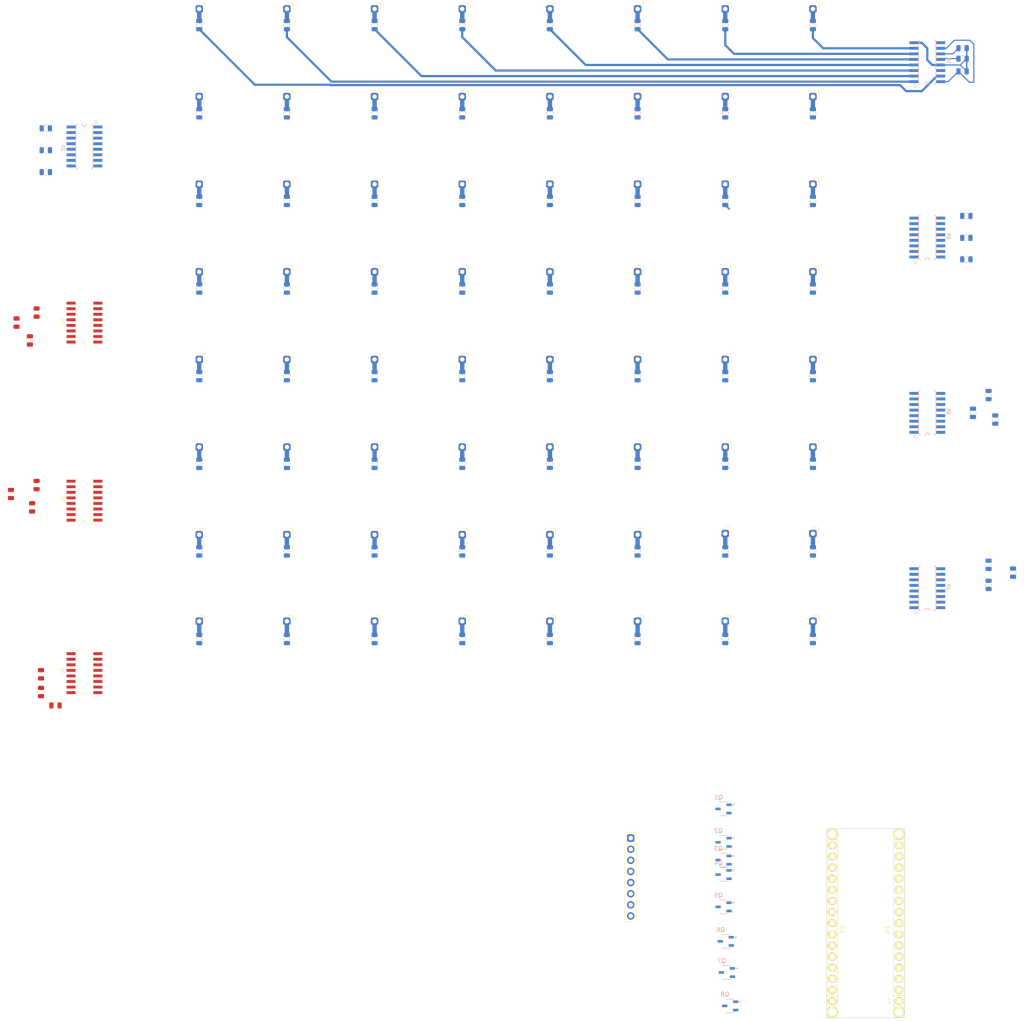
<source format=kicad_pcb>
(kicad_pcb (version 20171130) (host pcbnew "(5.1.10)-1")
  (title_block (date "jeu. 02 avril 2015"))
  (layers (0 F.Cu signal) (31 B.Cu signal) (34 B.Paste user) (35 F.Paste user) (36 B.SilkS user) (37 F.SilkS user) (38 B.Mask user) (39 F.Mask user) (44 Edge.Cuts user))
  (net 0 "")
  (net 1 "/1(Tx)")
  (net 2 "/0(Rx)")
  (net 3 /Reset)
  (net 4 GND)
  (net 5 /2)
  (net 6 "/3(**)")
  (net 7 /4)
  (net 8 "/5(**)")
  (net 9 "/6(**)")
  (net 10 /7)
  (net 11 /8)
  (net 12 "/9(**)")
  (net 13 "/10(**/SS)")
  (net 14 /Vin)
  (net 15 +5V)
  (net 16 /A7)
  (net 17 /A6)
  (net 18 /A5)
  (net 19 /A4)
  (net 20 /A3)
  (net 21 /A2)
  (net 22 /A1)
  (net 23 /A0)
  (net 24 /AREF)
  (net 25 "/13(SCK)")
  (net 26 "Net-(P3-Pad1)")
  (net 27 "Net-(P4-Pad1)")
  (net 28 "Net-(P5-Pad1)")
  (net 29 "Net-(P6-Pad1)")
  (net 30 +3V3)
  (net 31 "/11(**/MOSI)")
  (net 32 "/12(MISO)")
  (net 33 "Net-(J1-Pad1)")
  (net 34 "Net-(J2-Pad1)")
  (net 35 "Net-(J3-Pad1)")
  (net 36 "Net-(J4-Pad1)")
  (net 37 "Net-(J5-Pad1)")
  (net 38 "Net-(J6-Pad1)")
  (net 39 "Net-(J7-Pad1)")
  (net 40 "Net-(J8-Pad1)")
  (net 41 "Net-(J9-Pad1)")
  (net 42 "Net-(J10-Pad1)")
  (net 43 "Net-(J11-Pad1)")
  (net 44 "Net-(J12-Pad1)")
  (net 45 "Net-(J13-Pad1)")
  (net 46 "Net-(J14-Pad1)")
  (net 47 "Net-(J15-Pad1)")
  (net 48 "Net-(J16-Pad1)")
  (net 49 "Net-(J17-Pad1)")
  (net 50 "Net-(J18-Pad1)")
  (net 51 "Net-(J19-Pad1)")
  (net 52 "Net-(J20-Pad1)")
  (net 53 "Net-(J21-Pad1)")
  (net 54 "Net-(J22-Pad1)")
  (net 55 "Net-(J23-Pad1)")
  (net 56 "Net-(J24-Pad1)")
  (net 57 "Net-(J25-Pad1)")
  (net 58 "Net-(J26-Pad1)")
  (net 59 "Net-(J27-Pad1)")
  (net 60 "Net-(J28-Pad1)")
  (net 61 "Net-(J29-Pad1)")
  (net 62 "Net-(J30-Pad1)")
  (net 63 "Net-(J31-Pad1)")
  (net 64 "Net-(J32-Pad1)")
  (net 65 "Net-(J33-Pad1)")
  (net 66 "Net-(J34-Pad1)")
  (net 67 "Net-(J35-Pad1)")
  (net 68 "Net-(J36-Pad1)")
  (net 69 "Net-(J37-Pad1)")
  (net 70 "Net-(J38-Pad1)")
  (net 71 "Net-(J39-Pad1)")
  (net 72 "Net-(J40-Pad1)")
  (net 73 "Net-(J41-Pad1)")
  (net 74 "Net-(J42-Pad1)")
  (net 75 "Net-(J43-Pad1)")
  (net 76 "Net-(J44-Pad1)")
  (net 77 "Net-(J45-Pad1)")
  (net 78 "Net-(J46-Pad1)")
  (net 79 "Net-(J47-Pad1)")
  (net 80 "Net-(J48-Pad1)")
  (net 81 "Net-(J49-Pad1)")
  (net 82 "Net-(J50-Pad1)")
  (net 83 "Net-(J51-Pad1)")
  (net 84 "Net-(J52-Pad1)")
  (net 85 "Net-(J53-Pad1)")
  (net 86 "Net-(J54-Pad1)")
  (net 87 "Net-(J55-Pad1)")
  (net 88 "Net-(J56-Pad1)")
  (net 89 "Net-(J57-Pad1)")
  (net 90 "Net-(J58-Pad1)")
  (net 91 "Net-(J59-Pad1)")
  (net 92 "Net-(J60-Pad1)")
  (net 93 "Net-(J61-Pad1)")
  (net 94 "Net-(J62-Pad1)")
  (net 95 "Net-(J63-Pad1)")
  (net 96 "Net-(J64-Pad1)")
  (net 97 "Net-(J65-Pad1)")
  (net 98 "Net-(R1-Pad2)")
  (net 99 "Net-(U2-Pad9)")
  (net 100 "Net-(R6-Pad2)")
  (net 101 "Net-(R7-Pad2)")
  (net 102 "Net-(R5-Pad2)")
  (net 103 "Net-(R4-Pad2)")
  (net 104 "Net-(R8-Pad2)")
  (net 105 "Net-(R3-Pad2)")
  (net 106 "Net-(R2-Pad2)")
  (net 107 "Net-(C2-Pad2)")
  (net 108 "Net-(R9-Pad2)")
  (net 109 "Net-(U3-Pad9)")
  (net 110 "Net-(R14-Pad2)")
  (net 111 "Net-(R15-Pad2)")
  (net 112 "Net-(R13-Pad2)")
  (net 113 "Net-(R12-Pad2)")
  (net 114 "Net-(R16-Pad2)")
  (net 115 "Net-(R11-Pad2)")
  (net 116 "Net-(R10-Pad2)")
  (net 117 "Net-(R17-Pad2)")
  (net 118 "Net-(U4-Pad9)")
  (net 119 "Net-(R22-Pad2)")
  (net 120 "Net-(R23-Pad2)")
  (net 121 "Net-(R21-Pad2)")
  (net 122 "Net-(R20-Pad2)")
  (net 123 "Net-(R24-Pad2)")
  (net 124 "Net-(R19-Pad2)")
  (net 125 "Net-(R18-Pad2)")
  (net 126 "Net-(R25-Pad2)")
  (net 127 "Net-(U5-Pad9)")
  (net 128 "Net-(R30-Pad2)")
  (net 129 "Net-(R31-Pad2)")
  (net 130 "Net-(R29-Pad2)")
  (net 131 "Net-(R28-Pad2)")
  (net 132 "Net-(R32-Pad2)")
  (net 133 "Net-(R27-Pad2)")
  (net 134 "Net-(R26-Pad2)")
  (net 135 "Net-(C5-Pad2)")
  (net 136 "Net-(R33-Pad2)")
  (net 137 "Net-(U6-Pad9)")
  (net 138 "Net-(R38-Pad2)")
  (net 139 "Net-(R39-Pad2)")
  (net 140 "Net-(R37-Pad2)")
  (net 141 "Net-(R36-Pad2)")
  (net 142 "Net-(R40-Pad2)")
  (net 143 "Net-(R35-Pad2)")
  (net 144 "Net-(R34-Pad2)")
  (net 145 "Net-(R41-Pad2)")
  (net 146 "Net-(U7-Pad9)")
  (net 147 "Net-(R46-Pad2)")
  (net 148 "Net-(R47-Pad2)")
  (net 149 "Net-(R45-Pad2)")
  (net 150 "Net-(R44-Pad2)")
  (net 151 "Net-(R48-Pad2)")
  (net 152 "Net-(R43-Pad2)")
  (net 153 "Net-(R42-Pad2)")
  (net 154 "Net-(R49-Pad2)")
  (net 155 "Net-(U8-Pad9)")
  (net 156 "Net-(R54-Pad2)")
  (net 157 "Net-(R55-Pad2)")
  (net 158 "Net-(R53-Pad2)")
  (net 159 "Net-(R52-Pad2)")
  (net 160 "Net-(R56-Pad2)")
  (net 161 "Net-(R51-Pad2)")
  (net 162 "Net-(R50-Pad2)")
  (net 163 "Net-(C8-Pad2)")
  (net 164 "Net-(R57-Pad2)")
  (net 165 "Net-(R62-Pad2)")
  (net 166 "Net-(R63-Pad2)")
  (net 167 "Net-(R61-Pad2)")
  (net 168 "Net-(R60-Pad2)")
  (net 169 "Net-(R64-Pad2)")
  (net 170 "Net-(R59-Pad2)")
  (net 171 "Net-(R58-Pad2)")
  (net 172 "Net-(J32-Pad8)")
  (net 173 "Net-(J32-Pad7)")
  (net 174 "Net-(J32-Pad6)")
  (net 175 "Net-(J32-Pad5)")
  (net 176 "Net-(J32-Pad4)")
  (net 177 "Net-(J32-Pad3)")
  (net 178 "Net-(J32-Pad2)")
  (net 179 "Net-(C11-Pad2)")
  (net 180 "Net-(C14-Pad2)")
  (net 181 "Net-(C17-Pad2)")
  (net 182 "Net-(C20-Pad2)")
  (net 183 "Net-(C23-Pad2)")
  (net 184 "Net-(U1-Pad9)")
  (module Footprint-library:C_seramic_SMD (layer B.Cu) (at 204.1375 59.5 180)
    (fp_text reference C2 hide)
    (fp_text value C)
    (pad 2 smd roundrect (at 0.9375 0 180) (size 0.975 1.4) (layers B.Cu B.Paste B.Mask) (net 107 "Net-(C2-Pad2)"))
    (pad 1 smd roundrect (at -0.9375 0 180) (size 0.975 1.4) (layers B.Cu B.Paste B.Mask) (net 4 GND))
  )
  (module Footprint-library:SOT95P280X125-3N (layer B.Cu) (at 149.606 227.838 180)
    (fp_text reference Q1 (at 1.175 2.635) (layer B.SilkS) (effects (justify mirror)))
    (fp_text value AO3400A)
    (pad 2 smd roundrect (at -1.255 -0.95 180) (size 1.21 0.59) (layers B.Cu B.Paste B.Mask) (roundrect_rratio 0.15) (net 4 GND))
    (pad 3 smd roundrect (at 1.255 0 180) (size 1.21 0.59) (layers B.Cu B.Paste B.Mask) (roundrect_rratio 0.15) (net 64 "Net-(J32-Pad1)"))
    (pad 1 smd roundrect (at -1.255 0.95 180) (size 1.21 0.59) (layers B.Cu B.Paste B.Mask) (roundrect_rratio 0.15) (net 23 /A0))
  )
  (module Footprint-library:SOIC16-1.27-10X3.9MM (layer B.Cu) (at 196.088 57.404 90)
    (fp_text reference U1 (at 0.317518 4.88982 -90) (layer B.SilkS) (effects (font (size 0.700046 0.700046)) (justify mirror)))
    (fp_text value "LOGIC-74HC595D(SOIC16)")
    (pad 9 smd rect (at 4.445 3.0734 90) (size 0.6604 2.032) (layers B.Cu B.Paste B.Mask) (net 184 "Net-(U1-Pad9)"))
    (pad 8 smd rect (at 4.445 -3.0734 90) (size 0.6604 2.032) (layers B.Cu B.Paste B.Mask) (net 4 GND))
    (pad 10 smd rect (at 3.175 3.0734 90) (size 0.6604 2.032) (layers B.Cu B.Paste B.Mask) (net 107 "Net-(C2-Pad2)"))
    (pad 11 smd rect (at 1.905 3.0734 90) (size 0.6604 2.032) (layers B.Cu B.Paste B.Mask) (net 6 "/3(**)"))
    (pad 7 smd rect (at 3.175 -3.0734 90) (size 0.6604 2.032) (layers B.Cu B.Paste B.Mask) (net 104 "Net-(R8-Pad2)"))
    (pad 6 smd rect (at 1.905 -3.0734 90) (size 0.6604 2.032) (layers B.Cu B.Paste B.Mask) (net 101 "Net-(R7-Pad2)"))
    (pad 12 smd rect (at 0.635 3.0734 90) (size 0.6604 2.032) (layers B.Cu B.Paste B.Mask) (net 5 /2))
    (pad 5 smd rect (at 0.635 -3.0734 90) (size 0.6604 2.032) (layers B.Cu B.Paste B.Mask) (net 100 "Net-(R6-Pad2)"))
    (pad 13 smd rect (at -0.635 3.0734 90) (size 0.6604 2.032) (layers B.Cu B.Paste B.Mask) (net 4 GND))
    (pad 4 smd rect (at -0.635 -3.0734 90) (size 0.6604 2.032) (layers B.Cu B.Paste B.Mask) (net 102 "Net-(R5-Pad2)"))
    (pad 14 smd rect (at -1.905 3.0734 90) (size 0.6604 2.032) (layers B.Cu B.Paste B.Mask) (net 7 /4))
    (pad 15 smd rect (at -3.175 3.0734 90) (size 0.6604 2.032) (layers B.Cu B.Paste B.Mask) (net 98 "Net-(R1-Pad2)"))
    (pad 3 smd rect (at -1.905 -3.0734 90) (size 0.6604 2.032) (layers B.Cu B.Paste B.Mask) (net 103 "Net-(R4-Pad2)"))
    (pad 2 smd rect (at -3.175 -3.0734 90) (size 0.6604 2.032) (layers B.Cu B.Paste B.Mask) (net 105 "Net-(R3-Pad2)"))
    (pad 16 smd rect (at -4.445 3.0734 90) (size 0.6604 2.032) (layers B.Cu B.Paste B.Mask) (net 107 "Net-(C2-Pad2)"))
    (pad 1 smd rect (at -4.445 -3.0734 90) (size 0.6604 2.032) (layers B.Cu B.Paste B.Mask) (net 106 "Net-(R2-Pad2)"))
  )
  (module Footprint-library:SOIC16-1.27-10X3.9MM (layer F.Cu) (at 3.81 196.85 90)
    (fp_text reference U8 (at 0.317518 -4.88982 90) (layer F.SilkS) (effects (font (size 0.700046 0.700046))))
    (fp_text value "LOGIC-74HC595D(SOIC16)")
    (pad 9 smd rect (at 4.445 -3.0734 90) (size 0.6604 2.032) (layers F.Cu F.Paste F.Mask) (net 155 "Net-(U8-Pad9)"))
    (pad 8 smd rect (at 4.445 3.0734 90) (size 0.6604 2.032) (layers F.Cu F.Paste F.Mask) (net 4 GND))
    (pad 10 smd rect (at 3.175 -3.0734 90) (size 0.6604 2.032) (layers F.Cu F.Paste F.Mask) (net 183 "Net-(C23-Pad2)"))
    (pad 11 smd rect (at 1.905 -3.0734 90) (size 0.6604 2.032) (layers F.Cu F.Paste F.Mask) (net 6 "/3(**)"))
    (pad 7 smd rect (at 3.175 3.0734 90) (size 0.6604 2.032) (layers F.Cu F.Paste F.Mask) (net 169 "Net-(R64-Pad2)"))
    (pad 6 smd rect (at 1.905 3.0734 90) (size 0.6604 2.032) (layers F.Cu F.Paste F.Mask) (net 166 "Net-(R63-Pad2)"))
    (pad 12 smd rect (at 0.635 -3.0734 90) (size 0.6604 2.032) (layers F.Cu F.Paste F.Mask) (net 5 /2))
    (pad 5 smd rect (at 0.635 3.0734 90) (size 0.6604 2.032) (layers F.Cu F.Paste F.Mask) (net 165 "Net-(R62-Pad2)"))
    (pad 13 smd rect (at -0.635 -3.0734 90) (size 0.6604 2.032) (layers F.Cu F.Paste F.Mask) (net 4 GND))
    (pad 4 smd rect (at -0.635 3.0734 90) (size 0.6604 2.032) (layers F.Cu F.Paste F.Mask) (net 167 "Net-(R61-Pad2)"))
    (pad 14 smd rect (at -1.905 -3.0734 90) (size 0.6604 2.032) (layers F.Cu F.Paste F.Mask) (net 146 "Net-(U7-Pad9)"))
    (pad 15 smd rect (at -3.175 -3.0734 90) (size 0.6604 2.032) (layers F.Cu F.Paste F.Mask) (net 164 "Net-(R57-Pad2)"))
    (pad 3 smd rect (at -1.905 3.0734 90) (size 0.6604 2.032) (layers F.Cu F.Paste F.Mask) (net 168 "Net-(R60-Pad2)"))
    (pad 2 smd rect (at -3.175 3.0734 90) (size 0.6604 2.032) (layers F.Cu F.Paste F.Mask) (net 170 "Net-(R59-Pad2)"))
    (pad 16 smd rect (at -4.445 -3.0734 90) (size 0.6604 2.032) (layers F.Cu F.Paste F.Mask) (net 183 "Net-(C23-Pad2)"))
    (pad 1 smd rect (at -4.445 3.0734 90) (size 0.6604 2.032) (layers F.Cu F.Paste F.Mask) (net 171 "Net-(R58-Pad2)"))
  )
  (module Footprint-library:SOIC16-1.27-10X3.9MM (layer B.Cu) (at 196.1 177.46 90)
    (fp_text reference U7 (at 0.317518 4.88982 -90) (layer B.SilkS) (effects (font (size 0.700046 0.700046)) (justify mirror)))
    (fp_text value "LOGIC-74HC595D(SOIC16)")
    (pad 9 smd rect (at 4.445 3.0734 90) (size 0.6604 2.032) (layers B.Cu B.Paste B.Mask) (net 146 "Net-(U7-Pad9)"))
    (pad 8 smd rect (at 4.445 -3.0734 90) (size 0.6604 2.032) (layers B.Cu B.Paste B.Mask) (net 4 GND))
    (pad 10 smd rect (at 3.175 3.0734 90) (size 0.6604 2.032) (layers B.Cu B.Paste B.Mask) (net 182 "Net-(C20-Pad2)"))
    (pad 11 smd rect (at 1.905 3.0734 90) (size 0.6604 2.032) (layers B.Cu B.Paste B.Mask) (net 6 "/3(**)"))
    (pad 7 smd rect (at 3.175 -3.0734 90) (size 0.6604 2.032) (layers B.Cu B.Paste B.Mask) (net 160 "Net-(R56-Pad2)"))
    (pad 6 smd rect (at 1.905 -3.0734 90) (size 0.6604 2.032) (layers B.Cu B.Paste B.Mask) (net 157 "Net-(R55-Pad2)"))
    (pad 12 smd rect (at 0.635 3.0734 90) (size 0.6604 2.032) (layers B.Cu B.Paste B.Mask) (net 5 /2))
    (pad 5 smd rect (at 0.635 -3.0734 90) (size 0.6604 2.032) (layers B.Cu B.Paste B.Mask) (net 156 "Net-(R54-Pad2)"))
    (pad 13 smd rect (at -0.635 3.0734 90) (size 0.6604 2.032) (layers B.Cu B.Paste B.Mask) (net 4 GND))
    (pad 4 smd rect (at -0.635 -3.0734 90) (size 0.6604 2.032) (layers B.Cu B.Paste B.Mask) (net 158 "Net-(R53-Pad2)"))
    (pad 14 smd rect (at -1.905 3.0734 90) (size 0.6604 2.032) (layers B.Cu B.Paste B.Mask) (net 137 "Net-(U6-Pad9)"))
    (pad 15 smd rect (at -3.175 3.0734 90) (size 0.6604 2.032) (layers B.Cu B.Paste B.Mask) (net 154 "Net-(R49-Pad2)"))
    (pad 3 smd rect (at -1.905 -3.0734 90) (size 0.6604 2.032) (layers B.Cu B.Paste B.Mask) (net 159 "Net-(R52-Pad2)"))
    (pad 2 smd rect (at -3.175 -3.0734 90) (size 0.6604 2.032) (layers B.Cu B.Paste B.Mask) (net 161 "Net-(R51-Pad2)"))
    (pad 16 smd rect (at -4.445 3.0734 90) (size 0.6604 2.032) (layers B.Cu B.Paste B.Mask) (net 182 "Net-(C20-Pad2)"))
    (pad 1 smd rect (at -4.445 -3.0734 90) (size 0.6604 2.032) (layers B.Cu B.Paste B.Mask) (net 162 "Net-(R50-Pad2)"))
  )
  (module Footprint-library:SOIC16-1.27-10X3.9MM (layer F.Cu) (at 3.81 157.48 90)
    (fp_text reference U6 (at 0.317518 -4.88982 90) (layer F.SilkS) (effects (font (size 0.700046 0.700046))))
    (fp_text value "LOGIC-74HC595D(SOIC16)")
    (pad 9 smd rect (at 4.445 -3.0734 90) (size 0.6604 2.032) (layers F.Cu F.Paste F.Mask) (net 137 "Net-(U6-Pad9)"))
    (pad 8 smd rect (at 4.445 3.0734 90) (size 0.6604 2.032) (layers F.Cu F.Paste F.Mask) (net 4 GND))
    (pad 10 smd rect (at 3.175 -3.0734 90) (size 0.6604 2.032) (layers F.Cu F.Paste F.Mask) (net 181 "Net-(C17-Pad2)"))
    (pad 11 smd rect (at 1.905 -3.0734 90) (size 0.6604 2.032) (layers F.Cu F.Paste F.Mask) (net 6 "/3(**)"))
    (pad 7 smd rect (at 3.175 3.0734 90) (size 0.6604 2.032) (layers F.Cu F.Paste F.Mask) (net 151 "Net-(R48-Pad2)"))
    (pad 6 smd rect (at 1.905 3.0734 90) (size 0.6604 2.032) (layers F.Cu F.Paste F.Mask) (net 148 "Net-(R47-Pad2)"))
    (pad 12 smd rect (at 0.635 -3.0734 90) (size 0.6604 2.032) (layers F.Cu F.Paste F.Mask) (net 5 /2))
    (pad 5 smd rect (at 0.635 3.0734 90) (size 0.6604 2.032) (layers F.Cu F.Paste F.Mask) (net 147 "Net-(R46-Pad2)"))
    (pad 13 smd rect (at -0.635 -3.0734 90) (size 0.6604 2.032) (layers F.Cu F.Paste F.Mask) (net 4 GND))
    (pad 4 smd rect (at -0.635 3.0734 90) (size 0.6604 2.032) (layers F.Cu F.Paste F.Mask) (net 149 "Net-(R45-Pad2)"))
    (pad 14 smd rect (at -1.905 -3.0734 90) (size 0.6604 2.032) (layers F.Cu F.Paste F.Mask) (net 127 "Net-(U5-Pad9)"))
    (pad 15 smd rect (at -3.175 -3.0734 90) (size 0.6604 2.032) (layers F.Cu F.Paste F.Mask) (net 145 "Net-(R41-Pad2)"))
    (pad 3 smd rect (at -1.905 3.0734 90) (size 0.6604 2.032) (layers F.Cu F.Paste F.Mask) (net 150 "Net-(R44-Pad2)"))
    (pad 2 smd rect (at -3.175 3.0734 90) (size 0.6604 2.032) (layers F.Cu F.Paste F.Mask) (net 152 "Net-(R43-Pad2)"))
    (pad 16 smd rect (at -4.445 -3.0734 90) (size 0.6604 2.032) (layers F.Cu F.Paste F.Mask) (net 181 "Net-(C17-Pad2)"))
    (pad 1 smd rect (at -4.445 3.0734 90) (size 0.6604 2.032) (layers F.Cu F.Paste F.Mask) (net 153 "Net-(R42-Pad2)"))
  )
  (module Footprint-library:SOIC16-1.27-10X3.9MM (layer B.Cu) (at 196.1 137.44 90)
    (fp_text reference U5 (at 0.317518 4.88982 -90) (layer B.SilkS) (effects (font (size 0.700046 0.700046)) (justify mirror)))
    (fp_text value "LOGIC-74HC595D(SOIC16)")
    (pad 9 smd rect (at 4.445 3.0734 90) (size 0.6604 2.032) (layers B.Cu B.Paste B.Mask) (net 127 "Net-(U5-Pad9)"))
    (pad 8 smd rect (at 4.445 -3.0734 90) (size 0.6604 2.032) (layers B.Cu B.Paste B.Mask) (net 4 GND))
    (pad 10 smd rect (at 3.175 3.0734 90) (size 0.6604 2.032) (layers B.Cu B.Paste B.Mask) (net 180 "Net-(C14-Pad2)"))
    (pad 11 smd rect (at 1.905 3.0734 90) (size 0.6604 2.032) (layers B.Cu B.Paste B.Mask) (net 6 "/3(**)"))
    (pad 7 smd rect (at 3.175 -3.0734 90) (size 0.6604 2.032) (layers B.Cu B.Paste B.Mask) (net 142 "Net-(R40-Pad2)"))
    (pad 6 smd rect (at 1.905 -3.0734 90) (size 0.6604 2.032) (layers B.Cu B.Paste B.Mask) (net 139 "Net-(R39-Pad2)"))
    (pad 12 smd rect (at 0.635 3.0734 90) (size 0.6604 2.032) (layers B.Cu B.Paste B.Mask) (net 5 /2))
    (pad 5 smd rect (at 0.635 -3.0734 90) (size 0.6604 2.032) (layers B.Cu B.Paste B.Mask) (net 138 "Net-(R38-Pad2)"))
    (pad 13 smd rect (at -0.635 3.0734 90) (size 0.6604 2.032) (layers B.Cu B.Paste B.Mask) (net 4 GND))
    (pad 4 smd rect (at -0.635 -3.0734 90) (size 0.6604 2.032) (layers B.Cu B.Paste B.Mask) (net 140 "Net-(R37-Pad2)"))
    (pad 14 smd rect (at -1.905 3.0734 90) (size 0.6604 2.032) (layers B.Cu B.Paste B.Mask) (net 118 "Net-(U4-Pad9)"))
    (pad 15 smd rect (at -3.175 3.0734 90) (size 0.6604 2.032) (layers B.Cu B.Paste B.Mask) (net 136 "Net-(R33-Pad2)"))
    (pad 3 smd rect (at -1.905 -3.0734 90) (size 0.6604 2.032) (layers B.Cu B.Paste B.Mask) (net 141 "Net-(R36-Pad2)"))
    (pad 2 smd rect (at -3.175 -3.0734 90) (size 0.6604 2.032) (layers B.Cu B.Paste B.Mask) (net 143 "Net-(R35-Pad2)"))
    (pad 16 smd rect (at -4.445 3.0734 90) (size 0.6604 2.032) (layers B.Cu B.Paste B.Mask) (net 180 "Net-(C14-Pad2)"))
    (pad 1 smd rect (at -4.445 -3.0734 90) (size 0.6604 2.032) (layers B.Cu B.Paste B.Mask) (net 144 "Net-(R34-Pad2)"))
  )
  (module Footprint-library:SOIC16-1.27-10X3.9MM (layer F.Cu) (at 3.81 116.84 90)
    (fp_text reference U4 (at 0.317518 -4.88982 90) (layer F.SilkS) (effects (font (size 0.700046 0.700046))))
    (fp_text value "LOGIC-74HC595D(SOIC16)")
    (pad 9 smd rect (at 4.445 -3.0734 90) (size 0.6604 2.032) (layers F.Cu F.Paste F.Mask) (net 118 "Net-(U4-Pad9)"))
    (pad 8 smd rect (at 4.445 3.0734 90) (size 0.6604 2.032) (layers F.Cu F.Paste F.Mask) (net 4 GND))
    (pad 10 smd rect (at 3.175 -3.0734 90) (size 0.6604 2.032) (layers F.Cu F.Paste F.Mask) (net 179 "Net-(C11-Pad2)"))
    (pad 11 smd rect (at 1.905 -3.0734 90) (size 0.6604 2.032) (layers F.Cu F.Paste F.Mask) (net 6 "/3(**)"))
    (pad 7 smd rect (at 3.175 3.0734 90) (size 0.6604 2.032) (layers F.Cu F.Paste F.Mask) (net 132 "Net-(R32-Pad2)"))
    (pad 6 smd rect (at 1.905 3.0734 90) (size 0.6604 2.032) (layers F.Cu F.Paste F.Mask) (net 129 "Net-(R31-Pad2)"))
    (pad 12 smd rect (at 0.635 -3.0734 90) (size 0.6604 2.032) (layers F.Cu F.Paste F.Mask) (net 5 /2))
    (pad 5 smd rect (at 0.635 3.0734 90) (size 0.6604 2.032) (layers F.Cu F.Paste F.Mask) (net 128 "Net-(R30-Pad2)"))
    (pad 13 smd rect (at -0.635 -3.0734 90) (size 0.6604 2.032) (layers F.Cu F.Paste F.Mask) (net 4 GND))
    (pad 4 smd rect (at -0.635 3.0734 90) (size 0.6604 2.032) (layers F.Cu F.Paste F.Mask) (net 130 "Net-(R29-Pad2)"))
    (pad 14 smd rect (at -1.905 -3.0734 90) (size 0.6604 2.032) (layers F.Cu F.Paste F.Mask) (net 109 "Net-(U3-Pad9)"))
    (pad 15 smd rect (at -3.175 -3.0734 90) (size 0.6604 2.032) (layers F.Cu F.Paste F.Mask) (net 126 "Net-(R25-Pad2)"))
    (pad 3 smd rect (at -1.905 3.0734 90) (size 0.6604 2.032) (layers F.Cu F.Paste F.Mask) (net 131 "Net-(R28-Pad2)"))
    (pad 2 smd rect (at -3.175 3.0734 90) (size 0.6604 2.032) (layers F.Cu F.Paste F.Mask) (net 133 "Net-(R27-Pad2)"))
    (pad 16 smd rect (at -4.445 -3.0734 90) (size 0.6604 2.032) (layers F.Cu F.Paste F.Mask) (net 179 "Net-(C11-Pad2)"))
    (pad 1 smd rect (at -4.445 3.0734 90) (size 0.6604 2.032) (layers F.Cu F.Paste F.Mask) (net 134 "Net-(R26-Pad2)"))
  )
  (module Footprint-library:SOIC16-1.27-10X3.9MM (layer B.Cu) (at 196.1 97.43 90)
    (fp_text reference U3 (at 0.317518 4.88982 -90) (layer B.SilkS) (effects (font (size 0.700046 0.700046)) (justify mirror)))
    (fp_text value "LOGIC-74HC595D(SOIC16)")
    (pad 9 smd rect (at 4.445 3.0734 90) (size 0.6604 2.032) (layers B.Cu B.Paste B.Mask) (net 109 "Net-(U3-Pad9)"))
    (pad 8 smd rect (at 4.445 -3.0734 90) (size 0.6604 2.032) (layers B.Cu B.Paste B.Mask) (net 4 GND))
    (pad 10 smd rect (at 3.175 3.0734 90) (size 0.6604 2.032) (layers B.Cu B.Paste B.Mask) (net 163 "Net-(C8-Pad2)"))
    (pad 11 smd rect (at 1.905 3.0734 90) (size 0.6604 2.032) (layers B.Cu B.Paste B.Mask) (net 6 "/3(**)"))
    (pad 7 smd rect (at 3.175 -3.0734 90) (size 0.6604 2.032) (layers B.Cu B.Paste B.Mask) (net 123 "Net-(R24-Pad2)"))
    (pad 6 smd rect (at 1.905 -3.0734 90) (size 0.6604 2.032) (layers B.Cu B.Paste B.Mask) (net 120 "Net-(R23-Pad2)"))
    (pad 12 smd rect (at 0.635 3.0734 90) (size 0.6604 2.032) (layers B.Cu B.Paste B.Mask) (net 5 /2))
    (pad 5 smd rect (at 0.635 -3.0734 90) (size 0.6604 2.032) (layers B.Cu B.Paste B.Mask) (net 119 "Net-(R22-Pad2)"))
    (pad 13 smd rect (at -0.635 3.0734 90) (size 0.6604 2.032) (layers B.Cu B.Paste B.Mask) (net 4 GND))
    (pad 4 smd rect (at -0.635 -3.0734 90) (size 0.6604 2.032) (layers B.Cu B.Paste B.Mask) (net 121 "Net-(R21-Pad2)"))
    (pad 14 smd rect (at -1.905 3.0734 90) (size 0.6604 2.032) (layers B.Cu B.Paste B.Mask) (net 99 "Net-(U2-Pad9)"))
    (pad 15 smd rect (at -3.175 3.0734 90) (size 0.6604 2.032) (layers B.Cu B.Paste B.Mask) (net 117 "Net-(R17-Pad2)"))
    (pad 3 smd rect (at -1.905 -3.0734 90) (size 0.6604 2.032) (layers B.Cu B.Paste B.Mask) (net 122 "Net-(R20-Pad2)"))
    (pad 2 smd rect (at -3.175 -3.0734 90) (size 0.6604 2.032) (layers B.Cu B.Paste B.Mask) (net 124 "Net-(R19-Pad2)"))
    (pad 16 smd rect (at -4.445 3.0734 90) (size 0.6604 2.032) (layers B.Cu B.Paste B.Mask) (net 163 "Net-(C8-Pad2)"))
    (pad 1 smd rect (at -4.445 -3.0734 90) (size 0.6604 2.032) (layers B.Cu B.Paste B.Mask) (net 125 "Net-(R18-Pad2)"))
  )
  (module Footprint-library:SOIC16-1.27-10X3.9MM (layer B.Cu) (at 3.81 76.64 270)
    (fp_text reference U2 (at 0.317518 4.88982 270) (layer B.SilkS) (effects (font (size 0.700046 0.700046)) (justify mirror)))
    (fp_text value "LOGIC-74HC595D(SOIC16)")
    (pad 9 smd rect (at 4.445 3.0734 270) (size 0.6604 2.032) (layers B.Cu B.Paste B.Mask) (net 99 "Net-(U2-Pad9)"))
    (pad 8 smd rect (at 4.445 -3.0734 270) (size 0.6604 2.032) (layers B.Cu B.Paste B.Mask) (net 4 GND))
    (pad 10 smd rect (at 3.175 3.0734 270) (size 0.6604 2.032) (layers B.Cu B.Paste B.Mask) (net 135 "Net-(C5-Pad2)"))
    (pad 11 smd rect (at 1.905 3.0734 270) (size 0.6604 2.032) (layers B.Cu B.Paste B.Mask) (net 6 "/3(**)"))
    (pad 7 smd rect (at 3.175 -3.0734 270) (size 0.6604 2.032) (layers B.Cu B.Paste B.Mask) (net 114 "Net-(R16-Pad2)"))
    (pad 6 smd rect (at 1.905 -3.0734 270) (size 0.6604 2.032) (layers B.Cu B.Paste B.Mask) (net 111 "Net-(R15-Pad2)"))
    (pad 12 smd rect (at 0.635 3.0734 270) (size 0.6604 2.032) (layers B.Cu B.Paste B.Mask) (net 5 /2))
    (pad 5 smd rect (at 0.635 -3.0734 270) (size 0.6604 2.032) (layers B.Cu B.Paste B.Mask) (net 110 "Net-(R14-Pad2)"))
    (pad 13 smd rect (at -0.635 3.0734 270) (size 0.6604 2.032) (layers B.Cu B.Paste B.Mask) (net 4 GND))
    (pad 4 smd rect (at -0.635 -3.0734 270) (size 0.6604 2.032) (layers B.Cu B.Paste B.Mask) (net 112 "Net-(R13-Pad2)"))
    (pad 14 smd rect (at -1.905 3.0734 270) (size 0.6604 2.032) (layers B.Cu B.Paste B.Mask) (net 184 "Net-(U1-Pad9)"))
    (pad 15 smd rect (at -3.175 3.0734 270) (size 0.6604 2.032) (layers B.Cu B.Paste B.Mask) (net 108 "Net-(R9-Pad2)"))
    (pad 3 smd rect (at -1.905 -3.0734 270) (size 0.6604 2.032) (layers B.Cu B.Paste B.Mask) (net 113 "Net-(R12-Pad2)"))
    (pad 2 smd rect (at -3.175 -3.0734 270) (size 0.6604 2.032) (layers B.Cu B.Paste B.Mask) (net 115 "Net-(R11-Pad2)"))
    (pad 16 smd rect (at -4.445 3.0734 270) (size 0.6604 2.032) (layers B.Cu B.Paste B.Mask) (net 135 "Net-(C5-Pad2)"))
    (pad 1 smd rect (at -4.445 -3.0734 270) (size 0.6604 2.032) (layers B.Cu B.Paste B.Mask) (net 116 "Net-(R10-Pad2)"))
  )
  (module Footprint-library:SOT95P280X125-3N (layer B.Cu) (at 151.13 272.796 180)
    (fp_text reference Q8 (at 1.175 2.635) (layer B.SilkS) (effects (justify mirror)))
    (fp_text value AO3400A)
    (pad 2 smd roundrect (at -1.255 -0.95 180) (size 1.21 0.59) (layers B.Cu B.Paste B.Mask) (roundrect_rratio 0.15) (net 4 GND))
    (pad 3 smd roundrect (at 1.255 0 180) (size 1.21 0.59) (layers B.Cu B.Paste B.Mask) (roundrect_rratio 0.15) (net 172 "Net-(J32-Pad8)"))
    (pad 1 smd roundrect (at -1.255 0.95 180) (size 1.21 0.59) (layers B.Cu B.Paste B.Mask) (roundrect_rratio 0.15) (net 16 /A7))
  )
  (module Footprint-library:SOT95P280X125-3N (layer B.Cu) (at 150.368 265.176 180)
    (fp_text reference Q7 (at 1.175 2.635) (layer B.SilkS) (effects (justify mirror)))
    (fp_text value AO3400A)
    (pad 2 smd roundrect (at -1.255 -0.95 180) (size 1.21 0.59) (layers B.Cu B.Paste B.Mask) (roundrect_rratio 0.15) (net 4 GND))
    (pad 3 smd roundrect (at 1.255 0 180) (size 1.21 0.59) (layers B.Cu B.Paste B.Mask) (roundrect_rratio 0.15) (net 173 "Net-(J32-Pad7)"))
    (pad 1 smd roundrect (at -1.255 0.95 180) (size 1.21 0.59) (layers B.Cu B.Paste B.Mask) (roundrect_rratio 0.15) (net 17 /A6))
  )
  (module Footprint-library:SOT95P280X125-3N (layer B.Cu) (at 150.114 258.064 180)
    (fp_text reference Q6 (at 1.175 2.635) (layer B.SilkS) (effects (justify mirror)))
    (fp_text value AO3400A)
    (pad 2 smd roundrect (at -1.255 -0.95 180) (size 1.21 0.59) (layers B.Cu B.Paste B.Mask) (roundrect_rratio 0.15) (net 4 GND))
    (pad 3 smd roundrect (at 1.255 0 180) (size 1.21 0.59) (layers B.Cu B.Paste B.Mask) (roundrect_rratio 0.15) (net 174 "Net-(J32-Pad6)"))
    (pad 1 smd roundrect (at -1.255 0.95 180) (size 1.21 0.59) (layers B.Cu B.Paste B.Mask) (roundrect_rratio 0.15) (net 18 /A5))
  )
  (module Footprint-library:SOT95P280X125-3N (layer B.Cu) (at 149.606 250.19 180)
    (fp_text reference Q5 (at 1.175 2.635) (layer B.SilkS) (effects (justify mirror)))
    (fp_text value AO3400A)
    (pad 2 smd roundrect (at -1.255 -0.95 180) (size 1.21 0.59) (layers B.Cu B.Paste B.Mask) (roundrect_rratio 0.15) (net 4 GND))
    (pad 3 smd roundrect (at 1.255 0 180) (size 1.21 0.59) (layers B.Cu B.Paste B.Mask) (roundrect_rratio 0.15) (net 175 "Net-(J32-Pad5)"))
    (pad 1 smd roundrect (at -1.255 0.95 180) (size 1.21 0.59) (layers B.Cu B.Paste B.Mask) (roundrect_rratio 0.15) (net 19 /A4))
  )
  (module Footprint-library:SOT95P280X125-3N (layer B.Cu) (at 149.606 242.824 180)
    (fp_text reference Q4 (at 1.175 2.635) (layer B.SilkS) (effects (justify mirror)))
    (fp_text value AO3400A)
    (pad 2 smd roundrect (at -1.255 -0.95 180) (size 1.21 0.59) (layers B.Cu B.Paste B.Mask) (roundrect_rratio 0.15) (net 4 GND))
    (pad 3 smd roundrect (at 1.255 0 180) (size 1.21 0.59) (layers B.Cu B.Paste B.Mask) (roundrect_rratio 0.15) (net 176 "Net-(J32-Pad4)"))
    (pad 1 smd roundrect (at -1.255 0.95 180) (size 1.21 0.59) (layers B.Cu B.Paste B.Mask) (roundrect_rratio 0.15) (net 20 /A3))
  )
  (module Footprint-library:SOT95P280X125-3N (layer B.Cu) (at 149.606 239.522 180)
    (fp_text reference Q3 (at 1.175 2.635) (layer B.SilkS) (effects (justify mirror)))
    (fp_text value AO3400A)
    (pad 2 smd roundrect (at -1.255 -0.95 180) (size 1.21 0.59) (layers B.Cu B.Paste B.Mask) (roundrect_rratio 0.15) (net 4 GND))
    (pad 3 smd roundrect (at 1.255 0 180) (size 1.21 0.59) (layers B.Cu B.Paste B.Mask) (roundrect_rratio 0.15) (net 177 "Net-(J32-Pad3)"))
    (pad 1 smd roundrect (at -1.255 0.95 180) (size 1.21 0.59) (layers B.Cu B.Paste B.Mask) (roundrect_rratio 0.15) (net 21 /A2))
  )
  (module Footprint-library:SOT95P280X125-3N (layer B.Cu) (at 149.606 235.458 180)
    (fp_text reference Q2 (at 1.175 2.635) (layer B.SilkS) (effects (justify mirror)))
    (fp_text value AO3400A)
    (pad 2 smd roundrect (at -1.255 -0.95 180) (size 1.21 0.59) (layers B.Cu B.Paste B.Mask) (roundrect_rratio 0.15) (net 4 GND))
    (pad 3 smd roundrect (at 1.255 0 180) (size 1.21 0.59) (layers B.Cu B.Paste B.Mask) (roundrect_rratio 0.15) (net 178 "Net-(J32-Pad2)"))
    (pad 1 smd roundrect (at -1.255 0.95 180) (size 1.21 0.59) (layers B.Cu B.Paste B.Mask) (roundrect_rratio 0.15) (net 22 /A1))
  )
  (module Footprint-library:C_seramic_SMD (layer F.Cu) (at -2.794 204.216)
    (fp_text reference C24 hide)
    (fp_text value C)
    (pad 2 smd roundrect (at 0.9375 0) (size 0.975 1.4) (layers F.Cu F.Paste F.Mask) (net 6 "/3(**)"))
    (pad 1 smd roundrect (at -0.9375 0) (size 0.975 1.4) (layers F.Cu F.Paste F.Mask) (net 4 GND))
  )
  (module Footprint-library:C_seramic_SMD (layer F.Cu) (at -6.096 201.168 270)
    (fp_text reference C23 hide)
    (fp_text value C)
    (pad 2 smd roundrect (at 0.9375 0 270) (size 0.975 1.4) (layers F.Cu F.Paste F.Mask) (net 183 "Net-(C23-Pad2)"))
    (pad 1 smd roundrect (at -0.9375 0 270) (size 0.975 1.4) (layers F.Cu F.Paste F.Mask) (net 4 GND))
  )
  (module Footprint-library:C_seramic_SMD (layer F.Cu) (at -6.096 197.104 90)
    (fp_text reference C22 hide)
    (fp_text value C)
    (pad 2 smd roundrect (at 0.9375 0 90) (size 0.975 1.4) (layers F.Cu F.Paste F.Mask) (net 5 /2))
    (pad 1 smd roundrect (at -0.9375 0 90) (size 0.975 1.4) (layers F.Cu F.Paste F.Mask) (net 4 GND))
  )
  (module Footprint-library:C_seramic_SMD (layer B.Cu) (at 215.658 173.904 270)
    (fp_text reference C21 hide)
    (fp_text value C)
    (pad 2 smd roundrect (at 0.9375 0 270) (size 0.975 1.4) (layers B.Cu B.Paste B.Mask) (net 6 "/3(**)"))
    (pad 1 smd roundrect (at -0.9375 0 270) (size 0.975 1.4) (layers B.Cu B.Paste B.Mask) (net 4 GND))
  )
  (module Footprint-library:C_seramic_SMD (layer B.Cu) (at 210.07 172.126 90)
    (fp_text reference C20 hide)
    (fp_text value C)
    (pad 2 smd roundrect (at 0.9375 0 90) (size 0.975 1.4) (layers B.Cu B.Paste B.Mask) (net 182 "Net-(C20-Pad2)"))
    (pad 1 smd roundrect (at -0.9375 0 90) (size 0.975 1.4) (layers B.Cu B.Paste B.Mask) (net 4 GND))
  )
  (module Footprint-library:C_seramic_SMD (layer B.Cu) (at 210.07 176.698 90)
    (fp_text reference C19 hide)
    (fp_text value C)
    (pad 2 smd roundrect (at 0.9375 0 90) (size 0.975 1.4) (layers B.Cu B.Paste B.Mask) (net 5 /2))
    (pad 1 smd roundrect (at -0.9375 0 90) (size 0.975 1.4) (layers B.Cu B.Paste B.Mask) (net 4 GND))
  )
  (module Footprint-library:C_seramic_SMD (layer F.Cu) (at -12.954 155.956 270)
    (fp_text reference C18 hide)
    (fp_text value C)
    (pad 2 smd roundrect (at 0.9375 0 270) (size 0.975 1.4) (layers F.Cu F.Paste F.Mask) (net 6 "/3(**)"))
    (pad 1 smd roundrect (at -0.9375 0 270) (size 0.975 1.4) (layers F.Cu F.Paste F.Mask) (net 4 GND))
  )
  (module Footprint-library:C_seramic_SMD (layer F.Cu) (at -7.112 153.924 90)
    (fp_text reference C17 hide)
    (fp_text value C)
    (pad 2 smd roundrect (at 0.9375 0 90) (size 0.975 1.4) (layers F.Cu F.Paste F.Mask) (net 181 "Net-(C17-Pad2)"))
    (pad 1 smd roundrect (at -0.9375 0 90) (size 0.975 1.4) (layers F.Cu F.Paste F.Mask) (net 4 GND))
  )
  (module Footprint-library:C_seramic_SMD (layer F.Cu) (at -8.128 159.004 270)
    (fp_text reference C16 hide)
    (fp_text value C)
    (pad 2 smd roundrect (at 0.9375 0 270) (size 0.975 1.4) (layers F.Cu F.Paste F.Mask) (net 5 /2))
    (pad 1 smd roundrect (at -0.9375 0 270) (size 0.975 1.4) (layers F.Cu F.Paste F.Mask) (net 4 GND))
  )
  (module Footprint-library:C_seramic_SMD (layer B.Cu) (at 206.514 137.44 90)
    (fp_text reference C15 hide)
    (fp_text value C)
    (pad 2 smd roundrect (at 0.9375 0 90) (size 0.975 1.4) (layers B.Cu B.Paste B.Mask) (net 6 "/3(**)"))
    (pad 1 smd roundrect (at -0.9375 0 90) (size 0.975 1.4) (layers B.Cu B.Paste B.Mask) (net 4 GND))
  )
  (module Footprint-library:C_seramic_SMD (layer B.Cu) (at 210.07 133.376 90)
    (fp_text reference C14 hide)
    (fp_text value C)
    (pad 2 smd roundrect (at 0.9375 0 90) (size 0.975 1.4) (layers B.Cu B.Paste B.Mask) (net 180 "Net-(C14-Pad2)"))
    (pad 1 smd roundrect (at -0.9375 0 90) (size 0.975 1.4) (layers B.Cu B.Paste B.Mask) (net 4 GND))
  )
  (module Footprint-library:C_seramic_SMD (layer B.Cu) (at 211.594 138.964 270)
    (fp_text reference C13 hide)
    (fp_text value C)
    (pad 2 smd roundrect (at 0.9375 0 270) (size 0.975 1.4) (layers B.Cu B.Paste B.Mask) (net 5 /2))
    (pad 1 smd roundrect (at -0.9375 0 270) (size 0.975 1.4) (layers B.Cu B.Paste B.Mask) (net 4 GND))
  )
  (module Footprint-library:C_seramic_SMD (layer F.Cu) (at -7.112 114.554 90)
    (fp_text reference C12 hide)
    (fp_text value C)
    (pad 2 smd roundrect (at 0.9375 0 90) (size 0.975 1.4) (layers F.Cu F.Paste F.Mask) (net 6 "/3(**)"))
    (pad 1 smd roundrect (at -0.9375 0 90) (size 0.975 1.4) (layers F.Cu F.Paste F.Mask) (net 4 GND))
  )
  (module Footprint-library:C_seramic_SMD (layer F.Cu) (at -8.636 120.904 270)
    (fp_text reference C11 hide)
    (fp_text value C)
    (pad 2 smd roundrect (at 0.9375 0 270) (size 0.975 1.4) (layers F.Cu F.Paste F.Mask) (net 179 "Net-(C11-Pad2)"))
    (pad 1 smd roundrect (at -0.9375 0 270) (size 0.975 1.4) (layers F.Cu F.Paste F.Mask) (net 4 GND))
  )
  (module Footprint-library:C_seramic_SMD (layer F.Cu) (at -11.684 116.84 90)
    (fp_text reference C10 hide)
    (fp_text value C)
    (pad 2 smd roundrect (at 0.9375 0 90) (size 0.975 1.4) (layers F.Cu F.Paste F.Mask) (net 5 /2))
    (pad 1 smd roundrect (at -0.9375 0 90) (size 0.975 1.4) (layers F.Cu F.Paste F.Mask) (net 4 GND))
  )
  (module Footprint-library:C_seramic_SMD (layer B.Cu) (at 205 102.4 180)
    (fp_text reference C9 hide)
    (fp_text value C)
    (pad 2 smd roundrect (at 0.9375 0 180) (size 0.975 1.4) (layers B.Cu B.Paste B.Mask) (net 6 "/3(**)"))
    (pad 1 smd roundrect (at -0.9375 0 180) (size 0.975 1.4) (layers B.Cu B.Paste B.Mask) (net 4 GND))
  )
  (module Footprint-library:C_seramic_SMD (layer B.Cu) (at 205 92.5 180)
    (fp_text reference C8 hide)
    (fp_text value C)
    (pad 2 smd roundrect (at 0.9375 0 180) (size 0.975 1.4) (layers B.Cu B.Paste B.Mask) (net 163 "Net-(C8-Pad2)"))
    (pad 1 smd roundrect (at -0.9375 0 180) (size 0.975 1.4) (layers B.Cu B.Paste B.Mask) (net 4 GND))
  )
  (module Footprint-library:C_seramic_SMD (layer B.Cu) (at 205 97.5 180)
    (fp_text reference C7 hide)
    (fp_text value C)
    (pad 2 smd roundrect (at 0.9375 0 180) (size 0.975 1.4) (layers B.Cu B.Paste B.Mask) (net 5 /2))
    (pad 1 smd roundrect (at -0.9375 0 180) (size 0.975 1.4) (layers B.Cu B.Paste B.Mask) (net 4 GND))
  )
  (module Footprint-library:C_seramic_SMD (layer B.Cu) (at -5 82.5)
    (fp_text reference C6 hide)
    (fp_text value C)
    (pad 2 smd roundrect (at 0.9375 0) (size 0.975 1.4) (layers B.Cu B.Paste B.Mask) (net 6 "/3(**)"))
    (pad 1 smd roundrect (at -0.9375 0) (size 0.975 1.4) (layers B.Cu B.Paste B.Mask) (net 4 GND))
  )
  (module Footprint-library:C_seramic_SMD (layer B.Cu) (at -5 72.5)
    (fp_text reference C5 hide)
    (fp_text value C)
    (pad 2 smd roundrect (at 0.9375 0) (size 0.975 1.4) (layers B.Cu B.Paste B.Mask) (net 135 "Net-(C5-Pad2)"))
    (pad 1 smd roundrect (at -0.9375 0) (size 0.975 1.4) (layers B.Cu B.Paste B.Mask) (net 4 GND))
  )
  (module Footprint-library:C_seramic_SMD (layer B.Cu) (at -5 77.5)
    (fp_text reference C4 hide)
    (fp_text value C)
    (pad 2 smd roundrect (at 0.9375 0) (size 0.975 1.4) (layers B.Cu B.Paste B.Mask) (net 5 /2))
    (pad 1 smd roundrect (at -0.9375 0) (size 0.975 1.4) (layers B.Cu B.Paste B.Mask) (net 4 GND))
  )
  (module Footprint-library:C_seramic_SMD (layer B.Cu) (at 204.1375 54.2 180)
    (fp_text reference C3 hide)
    (fp_text value C)
    (pad 2 smd roundrect (at 0.9375 0 180) (size 0.975 1.4) (layers B.Cu B.Paste B.Mask) (net 6 "/3(**)"))
    (pad 1 smd roundrect (at -0.9375 0 180) (size 0.975 1.4) (layers B.Cu B.Paste B.Mask) (net 4 GND))
  )
  (module Footprint-library:C_seramic_SMD (layer B.Cu) (at 204.1375 56.6 180)
    (fp_text reference C1 hide)
    (fp_text value C)
    (pad 2 smd roundrect (at 0.9375 0 180) (size 0.975 1.4) (layers B.Cu B.Paste B.Mask) (net 5 /2))
    (pad 1 smd roundrect (at -0.9375 0 180) (size 0.975 1.4) (layers B.Cu B.Paste B.Mask) (net 4 GND))
  )
  (module Footprint-library:PinSocket_1x01_Vertical (layer F.Cu) (at 170 184.75)
    (fp_text reference J65 hide)
    (fp_text value PinSocket_1x01_Vertical)
    (pad 1 thru_hole roundrect (at 0 0.254) (size 1.7 1.7) (drill 1) (layers *.Cu *.Mask) (net 97 "Net-(J65-Pad1)"))
  )
  (module Footprint-library:PinSocket_1x01_Vertical (layer F.Cu) (at 150 184.746)
    (fp_text reference J64 hide)
    (fp_text value PinSocket_1x01_Vertical)
    (pad 1 thru_hole roundrect (at 0 0.254) (size 1.7 1.7) (drill 1) (layers *.Cu *.Mask) (net 96 "Net-(J64-Pad1)"))
  )
  (module Footprint-library:PinSocket_1x01_Vertical (layer F.Cu) (at 130 184.75)
    (fp_text reference J63 hide)
    (fp_text value PinSocket_1x01_Vertical)
    (pad 1 thru_hole roundrect (at 0 0.254) (size 1.7 1.7) (drill 1) (layers *.Cu *.Mask) (net 95 "Net-(J63-Pad1)"))
  )
  (module Footprint-library:PinSocket_1x01_Vertical (layer F.Cu) (at 110 184.75)
    (fp_text reference J62 hide)
    (fp_text value PinSocket_1x01_Vertical)
    (pad 1 thru_hole roundrect (at 0 0.254) (size 1.7 1.7) (drill 1) (layers *.Cu *.Mask) (net 94 "Net-(J62-Pad1)"))
  )
  (module Footprint-library:PinSocket_1x01_Vertical (layer F.Cu) (at 90 184.75)
    (fp_text reference J61 hide)
    (fp_text value PinSocket_1x01_Vertical)
    (pad 1 thru_hole roundrect (at 0 0.254) (size 1.7 1.7) (drill 1) (layers *.Cu *.Mask) (net 93 "Net-(J61-Pad1)"))
  )
  (module Footprint-library:PinSocket_1x01_Vertical (layer F.Cu) (at 70 184.746)
    (fp_text reference J60 hide)
    (fp_text value PinSocket_1x01_Vertical)
    (pad 1 thru_hole roundrect (at 0 0.254) (size 1.7 1.7) (drill 1) (layers *.Cu *.Mask) (net 92 "Net-(J60-Pad1)"))
  )
  (module Footprint-library:PinSocket_1x01_Vertical (layer F.Cu) (at 50 184.75)
    (fp_text reference J59 hide)
    (fp_text value PinSocket_1x01_Vertical)
    (pad 1 thru_hole roundrect (at 0 0.254) (size 1.7 1.7) (drill 1) (layers *.Cu *.Mask) (net 91 "Net-(J59-Pad1)"))
  )
  (module Footprint-library:PinSocket_1x01_Vertical (layer F.Cu) (at 30 184.746)
    (fp_text reference J58 hide)
    (fp_text value PinSocket_1x01_Vertical)
    (pad 1 thru_hole roundrect (at 0 0.254) (size 1.7 1.7) (drill 1) (layers *.Cu *.Mask) (net 90 "Net-(J58-Pad1)"))
  )
  (module Footprint-library:PinSocket_1x01_Vertical (layer F.Cu) (at 170 164.746)
    (fp_text reference J57 hide)
    (fp_text value PinSocket_1x01_Vertical)
    (pad 1 thru_hole roundrect (at 0 0.254) (size 1.7 1.7) (drill 1) (layers *.Cu *.Mask) (net 89 "Net-(J57-Pad1)"))
  )
  (module Footprint-library:PinSocket_1x01_Vertical (layer F.Cu) (at 150 164.746)
    (fp_text reference J56 hide)
    (fp_text value PinSocket_1x01_Vertical)
    (pad 1 thru_hole roundrect (at 0 0.254) (size 1.7 1.7) (drill 1) (layers *.Cu *.Mask) (net 88 "Net-(J56-Pad1)"))
  )
  (module Footprint-library:PinSocket_1x01_Vertical (layer F.Cu) (at 130 165)
    (fp_text reference J55 hide)
    (fp_text value PinSocket_1x01_Vertical)
    (pad 1 thru_hole roundrect (at 0 0.254) (size 1.7 1.7) (drill 1) (layers *.Cu *.Mask) (net 87 "Net-(J55-Pad1)"))
  )
  (module Footprint-library:PinSocket_1x01_Vertical (layer F.Cu) (at 110 165)
    (fp_text reference J54 hide)
    (fp_text value PinSocket_1x01_Vertical)
    (pad 1 thru_hole roundrect (at 0 0.254) (size 1.7 1.7) (drill 1) (layers *.Cu *.Mask) (net 86 "Net-(J54-Pad1)"))
  )
  (module Footprint-library:PinSocket_1x01_Vertical (layer F.Cu) (at 90 165)
    (fp_text reference J53 hide)
    (fp_text value PinSocket_1x01_Vertical)
    (pad 1 thru_hole roundrect (at 0 0.254) (size 1.7 1.7) (drill 1) (layers *.Cu *.Mask) (net 85 "Net-(J53-Pad1)"))
  )
  (module Footprint-library:PinSocket_1x01_Vertical (layer F.Cu) (at 70 165)
    (fp_text reference J52 hide)
    (fp_text value PinSocket_1x01_Vertical)
    (pad 1 thru_hole roundrect (at 0 0.254) (size 1.7 1.7) (drill 1) (layers *.Cu *.Mask) (net 84 "Net-(J52-Pad1)"))
  )
  (module Footprint-library:PinSocket_1x01_Vertical (layer F.Cu) (at 50 165)
    (fp_text reference J51 hide)
    (fp_text value PinSocket_1x01_Vertical)
    (pad 1 thru_hole roundrect (at 0 0.254) (size 1.7 1.7) (drill 1) (layers *.Cu *.Mask) (net 83 "Net-(J51-Pad1)"))
  )
  (module Footprint-library:PinSocket_1x01_Vertical (layer F.Cu) (at 30 165)
    (fp_text reference J50 hide)
    (fp_text value PinSocket_1x01_Vertical)
    (pad 1 thru_hole roundrect (at 0 0.254) (size 1.7 1.7) (drill 1) (layers *.Cu *.Mask) (net 82 "Net-(J50-Pad1)"))
  )
  (module Footprint-library:PinSocket_1x01_Vertical (layer F.Cu) (at 170 145)
    (fp_text reference J49 hide)
    (fp_text value PinSocket_1x01_Vertical)
    (pad 1 thru_hole roundrect (at 0 0.254) (size 1.7 1.7) (drill 1) (layers *.Cu *.Mask) (net 81 "Net-(J49-Pad1)"))
  )
  (module Footprint-library:PinSocket_1x01_Vertical (layer F.Cu) (at 150 145)
    (fp_text reference J48 hide)
    (fp_text value PinSocket_1x01_Vertical)
    (pad 1 thru_hole roundrect (at 0 0.254) (size 1.7 1.7) (drill 1) (layers *.Cu *.Mask) (net 80 "Net-(J48-Pad1)"))
  )
  (module Footprint-library:PinSocket_1x01_Vertical (layer F.Cu) (at 130 145)
    (fp_text reference J47 hide)
    (fp_text value PinSocket_1x01_Vertical)
    (pad 1 thru_hole roundrect (at 0 0.254) (size 1.7 1.7) (drill 1) (layers *.Cu *.Mask) (net 79 "Net-(J47-Pad1)"))
  )
  (module Footprint-library:PinSocket_1x01_Vertical (layer F.Cu) (at 110 145)
    (fp_text reference J46 hide)
    (fp_text value PinSocket_1x01_Vertical)
    (pad 1 thru_hole roundrect (at 0 0.254) (size 1.7 1.7) (drill 1) (layers *.Cu *.Mask) (net 78 "Net-(J46-Pad1)"))
  )
  (module Footprint-library:PinSocket_1x01_Vertical (layer F.Cu) (at 90 145)
    (fp_text reference J45 hide)
    (fp_text value PinSocket_1x01_Vertical)
    (pad 1 thru_hole roundrect (at 0 0.254) (size 1.7 1.7) (drill 1) (layers *.Cu *.Mask) (net 77 "Net-(J45-Pad1)"))
  )
  (module Footprint-library:PinSocket_1x01_Vertical (layer F.Cu) (at 70 145)
    (fp_text reference J44 hide)
    (fp_text value PinSocket_1x01_Vertical)
    (pad 1 thru_hole roundrect (at 0 0.254) (size 1.7 1.7) (drill 1) (layers *.Cu *.Mask) (net 76 "Net-(J44-Pad1)"))
  )
  (module Footprint-library:PinSocket_1x01_Vertical (layer F.Cu) (at 50 145)
    (fp_text reference J43 hide)
    (fp_text value PinSocket_1x01_Vertical)
    (pad 1 thru_hole roundrect (at 0 0.254) (size 1.7 1.7) (drill 1) (layers *.Cu *.Mask) (net 75 "Net-(J43-Pad1)"))
  )
  (module Footprint-library:PinSocket_1x01_Vertical (layer F.Cu) (at 30 145)
    (fp_text reference J42 hide)
    (fp_text value PinSocket_1x01_Vertical)
    (pad 1 thru_hole roundrect (at 0 0.254) (size 1.7 1.7) (drill 1) (layers *.Cu *.Mask) (net 74 "Net-(J42-Pad1)"))
  )
  (module Footprint-library:PinSocket_1x01_Vertical (layer F.Cu) (at 170 125)
    (fp_text reference J41 hide)
    (fp_text value PinSocket_1x01_Vertical)
    (pad 1 thru_hole roundrect (at 0 0.254) (size 1.7 1.7) (drill 1) (layers *.Cu *.Mask) (net 73 "Net-(J41-Pad1)"))
  )
  (module Footprint-library:PinSocket_1x01_Vertical (layer F.Cu) (at 150 125)
    (fp_text reference J40 hide)
    (fp_text value PinSocket_1x01_Vertical)
    (pad 1 thru_hole roundrect (at 0 0.254) (size 1.7 1.7) (drill 1) (layers *.Cu *.Mask) (net 72 "Net-(J40-Pad1)"))
  )
  (module Footprint-library:PinSocket_1x01_Vertical (layer F.Cu) (at 130 125)
    (fp_text reference J39 hide)
    (fp_text value PinSocket_1x01_Vertical)
    (pad 1 thru_hole roundrect (at 0 0.254) (size 1.7 1.7) (drill 1) (layers *.Cu *.Mask) (net 71 "Net-(J39-Pad1)"))
  )
  (module Footprint-library:PinSocket_1x01_Vertical (layer F.Cu) (at 110 125)
    (fp_text reference J38 hide)
    (fp_text value PinSocket_1x01_Vertical)
    (pad 1 thru_hole roundrect (at 0 0.254) (size 1.7 1.7) (drill 1) (layers *.Cu *.Mask) (net 70 "Net-(J38-Pad1)"))
  )
  (module Footprint-library:PinSocket_1x01_Vertical (layer F.Cu) (at 90 125)
    (fp_text reference J37 hide)
    (fp_text value PinSocket_1x01_Vertical)
    (pad 1 thru_hole roundrect (at 0 0.254) (size 1.7 1.7) (drill 1) (layers *.Cu *.Mask) (net 69 "Net-(J37-Pad1)"))
  )
  (module Footprint-library:PinSocket_1x01_Vertical (layer F.Cu) (at 70 125)
    (fp_text reference J36 hide)
    (fp_text value PinSocket_1x01_Vertical)
    (pad 1 thru_hole roundrect (at 0 0.254) (size 1.7 1.7) (drill 1) (layers *.Cu *.Mask) (net 68 "Net-(J36-Pad1)"))
  )
  (module Footprint-library:PinSocket_1x01_Vertical (layer F.Cu) (at 50 125)
    (fp_text reference J35 hide)
    (fp_text value PinSocket_1x01_Vertical)
    (pad 1 thru_hole roundrect (at 0 0.254) (size 1.7 1.7) (drill 1) (layers *.Cu *.Mask) (net 67 "Net-(J35-Pad1)"))
  )
  (module Footprint-library:PinSocket_1x01_Vertical (layer F.Cu) (at 30 125)
    (fp_text reference J34 hide)
    (fp_text value PinSocket_1x01_Vertical)
    (pad 1 thru_hole roundrect (at 0 0.254) (size 1.7 1.7) (drill 1) (layers *.Cu *.Mask) (net 66 "Net-(J34-Pad1)"))
  )
  (module Footprint-library:PinSocket_1x01_Vertical (layer F.Cu) (at 170 105)
    (fp_text reference J33 hide)
    (fp_text value PinSocket_1x01_Vertical)
    (pad 1 thru_hole roundrect (at 0 0.254) (size 1.7 1.7) (drill 1) (layers *.Cu *.Mask) (net 65 "Net-(J33-Pad1)"))
  )
  (module Footprint-library:PinSocket_1x08_Vertical (layer F.Cu) (at 128.44 234.492)
    (fp_text reference J32 hide)
    (fp_text value PinSocket_1x08_Vertical)
    (pad 8 thru_hole oval (at 0 17.78) (size 1.7 1.7) (drill 1) (layers *.Cu *.Mask) (net 172 "Net-(J32-Pad8)"))
    (pad 7 thru_hole oval (at 0 15.24) (size 1.7 1.7) (drill 1) (layers *.Cu *.Mask) (net 173 "Net-(J32-Pad7)"))
    (pad 6 thru_hole oval (at 0 12.7) (size 1.7 1.7) (drill 1) (layers *.Cu *.Mask) (net 174 "Net-(J32-Pad6)"))
    (pad 5 thru_hole oval (at 0 10.16) (size 1.7 1.7) (drill 1) (layers *.Cu *.Mask) (net 175 "Net-(J32-Pad5)"))
    (pad 4 thru_hole oval (at 0 7.62) (size 1.7 1.7) (drill 1) (layers *.Cu *.Mask) (net 176 "Net-(J32-Pad4)"))
    (pad 3 thru_hole oval (at 0 5.08) (size 1.7 1.7) (drill 1) (layers *.Cu *.Mask) (net 177 "Net-(J32-Pad3)"))
    (pad 2 thru_hole oval (at 0 2.54) (size 1.7 1.7) (drill 1) (layers *.Cu *.Mask) (net 178 "Net-(J32-Pad2)"))
    (pad 1 thru_hole roundrect (at 0 0) (size 1.7 1.7) (drill 1) (layers *.Cu *.Mask) (net 64 "Net-(J32-Pad1)"))
  )
  (module Footprint-library:PinSocket_1x01_Vertical (layer F.Cu) (at 150 105)
    (fp_text reference J31 hide)
    (fp_text value PinSocket_1x01_Vertical)
    (pad 1 thru_hole roundrect (at 0 0.254) (size 1.7 1.7) (drill 1) (layers *.Cu *.Mask) (net 63 "Net-(J31-Pad1)"))
  )
  (module Footprint-library:PinSocket_1x01_Vertical (layer F.Cu) (at 130 105)
    (fp_text reference J30 hide)
    (fp_text value PinSocket_1x01_Vertical)
    (pad 1 thru_hole roundrect (at 0 0.254) (size 1.7 1.7) (drill 1) (layers *.Cu *.Mask) (net 62 "Net-(J30-Pad1)"))
  )
  (module Footprint-library:PinSocket_1x01_Vertical (layer F.Cu) (at 110 105)
    (fp_text reference J29 hide)
    (fp_text value PinSocket_1x01_Vertical)
    (pad 1 thru_hole roundrect (at 0 0.254) (size 1.7 1.7) (drill 1) (layers *.Cu *.Mask) (net 61 "Net-(J29-Pad1)"))
  )
  (module Footprint-library:PinSocket_1x01_Vertical (layer F.Cu) (at 90 105)
    (fp_text reference J28 hide)
    (fp_text value PinSocket_1x01_Vertical)
    (pad 1 thru_hole roundrect (at 0 0.254) (size 1.7 1.7) (drill 1) (layers *.Cu *.Mask) (net 60 "Net-(J28-Pad1)"))
  )
  (module Footprint-library:PinSocket_1x01_Vertical (layer F.Cu) (at 70 105)
    (fp_text reference J27 hide)
    (fp_text value PinSocket_1x01_Vertical)
    (pad 1 thru_hole roundrect (at 0 0.254) (size 1.7 1.7) (drill 1) (layers *.Cu *.Mask) (net 59 "Net-(J27-Pad1)"))
  )
  (module Footprint-library:PinSocket_1x01_Vertical (layer F.Cu) (at 50 105)
    (fp_text reference J26 hide)
    (fp_text value PinSocket_1x01_Vertical)
    (pad 1 thru_hole roundrect (at 0 0.254) (size 1.7 1.7) (drill 1) (layers *.Cu *.Mask) (net 58 "Net-(J26-Pad1)"))
  )
  (module Footprint-library:PinSocket_1x01_Vertical (layer F.Cu) (at 30 105)
    (fp_text reference J25 hide)
    (fp_text value PinSocket_1x01_Vertical)
    (pad 1 thru_hole roundrect (at 0 0.254) (size 1.7 1.7) (drill 1) (layers *.Cu *.Mask) (net 57 "Net-(J25-Pad1)"))
  )
  (module Footprint-library:PinSocket_1x01_Vertical (layer F.Cu) (at 170 85)
    (fp_text reference J24 hide)
    (fp_text value PinSocket_1x01_Vertical)
    (pad 1 thru_hole roundrect (at 0 0.254) (size 1.7 1.7) (drill 1) (layers *.Cu *.Mask) (net 56 "Net-(J24-Pad1)"))
  )
  (module Footprint-library:PinSocket_1x01_Vertical (layer F.Cu) (at 150 85)
    (fp_text reference J23 hide)
    (fp_text value PinSocket_1x01_Vertical)
    (pad 1 thru_hole roundrect (at 0 0.254) (size 1.7 1.7) (drill 1) (layers *.Cu *.Mask) (net 55 "Net-(J23-Pad1)"))
  )
  (module Footprint-library:PinSocket_1x01_Vertical (layer F.Cu) (at 130 85)
    (fp_text reference J22 hide)
    (fp_text value PinSocket_1x01_Vertical)
    (pad 1 thru_hole roundrect (at 0 0.254) (size 1.7 1.7) (drill 1) (layers *.Cu *.Mask) (net 54 "Net-(J22-Pad1)"))
  )
  (module Footprint-library:PinSocket_1x01_Vertical (layer F.Cu) (at 110 85)
    (fp_text reference J21 hide)
    (fp_text value PinSocket_1x01_Vertical)
    (pad 1 thru_hole roundrect (at 0 0.254) (size 1.7 1.7) (drill 1) (layers *.Cu *.Mask) (net 53 "Net-(J21-Pad1)"))
  )
  (module Footprint-library:PinSocket_1x01_Vertical (layer F.Cu) (at 90 85)
    (fp_text reference J20 hide)
    (fp_text value PinSocket_1x01_Vertical)
    (pad 1 thru_hole roundrect (at 0 0.254) (size 1.7 1.7) (drill 1) (layers *.Cu *.Mask) (net 52 "Net-(J20-Pad1)"))
  )
  (module Footprint-library:PinSocket_1x01_Vertical (layer F.Cu) (at 70 85)
    (fp_text reference J19 hide)
    (fp_text value PinSocket_1x01_Vertical)
    (pad 1 thru_hole roundrect (at 0 0.254) (size 1.7 1.7) (drill 1) (layers *.Cu *.Mask) (net 51 "Net-(J19-Pad1)"))
  )
  (module Footprint-library:PinSocket_1x01_Vertical (layer F.Cu) (at 50 85)
    (fp_text reference J18 hide)
    (fp_text value PinSocket_1x01_Vertical)
    (pad 1 thru_hole roundrect (at 0 0.254) (size 1.7 1.7) (drill 1) (layers *.Cu *.Mask) (net 50 "Net-(J18-Pad1)"))
  )
  (module Footprint-library:PinSocket_1x01_Vertical (layer F.Cu) (at 30 85)
    (fp_text reference J17 hide)
    (fp_text value PinSocket_1x01_Vertical)
    (pad 1 thru_hole roundrect (at 0 0.254) (size 1.7 1.7) (drill 1) (layers *.Cu *.Mask) (net 49 "Net-(J17-Pad1)"))
  )
  (module Footprint-library:PinSocket_1x01_Vertical (layer F.Cu) (at 170 65)
    (fp_text reference J16 hide)
    (fp_text value PinSocket_1x01_Vertical)
    (pad 1 thru_hole roundrect (at 0 0.254) (size 1.7 1.7) (drill 1) (layers *.Cu *.Mask) (net 48 "Net-(J16-Pad1)"))
  )
  (module Footprint-library:PinSocket_1x01_Vertical (layer F.Cu) (at 150 65)
    (fp_text reference J15 hide)
    (fp_text value PinSocket_1x01_Vertical)
    (pad 1 thru_hole roundrect (at 0 0.254) (size 1.7 1.7) (drill 1) (layers *.Cu *.Mask) (net 47 "Net-(J15-Pad1)"))
  )
  (module Footprint-library:PinSocket_1x01_Vertical (layer F.Cu) (at 130 65)
    (fp_text reference J14 hide)
    (fp_text value PinSocket_1x01_Vertical)
    (pad 1 thru_hole roundrect (at 0 0.254) (size 1.7 1.7) (drill 1) (layers *.Cu *.Mask) (net 46 "Net-(J14-Pad1)"))
  )
  (module Footprint-library:PinSocket_1x01_Vertical (layer F.Cu) (at 110 65)
    (fp_text reference J13 hide)
    (fp_text value PinSocket_1x01_Vertical)
    (pad 1 thru_hole roundrect (at 0 0.254) (size 1.7 1.7) (drill 1) (layers *.Cu *.Mask) (net 45 "Net-(J13-Pad1)"))
  )
  (module Footprint-library:PinSocket_1x01_Vertical (layer F.Cu) (at 90 65)
    (fp_text reference J12 hide)
    (fp_text value PinSocket_1x01_Vertical)
    (pad 1 thru_hole roundrect (at 0 0.254) (size 1.7 1.7) (drill 1) (layers *.Cu *.Mask) (net 44 "Net-(J12-Pad1)"))
  )
  (module Footprint-library:PinSocket_1x01_Vertical (layer F.Cu) (at 70 65)
    (fp_text reference J11 hide)
    (fp_text value PinSocket_1x01_Vertical)
    (pad 1 thru_hole roundrect (at 0 0.254) (size 1.7 1.7) (drill 1) (layers *.Cu *.Mask) (net 43 "Net-(J11-Pad1)"))
  )
  (module Footprint-library:PinSocket_1x01_Vertical (layer F.Cu) (at 50 65)
    (fp_text reference J10 hide)
    (fp_text value PinSocket_1x01_Vertical)
    (pad 1 thru_hole roundrect (at 0 0.254) (size 1.7 1.7) (drill 1) (layers *.Cu *.Mask) (net 42 "Net-(J10-Pad1)"))
  )
  (module Footprint-library:PinSocket_1x01_Vertical (layer F.Cu) (at 30 65)
    (fp_text reference J9 hide)
    (fp_text value PinSocket_1x01_Vertical)
    (pad 1 thru_hole roundrect (at 0 0.254) (size 1.7 1.7) (drill 1) (layers *.Cu *.Mask) (net 41 "Net-(J9-Pad1)"))
  )
  (module Footprint-library:PinSocket_1x01_Vertical (layer F.Cu) (at 170 45)
    (fp_text reference J8 hide)
    (fp_text value PinSocket_1x01_Vertical)
    (pad 1 thru_hole roundrect (at 0 0.254) (size 1.7 1.7) (drill 1) (layers *.Cu *.Mask) (net 40 "Net-(J8-Pad1)"))
  )
  (module Footprint-library:PinSocket_1x01_Vertical (layer F.Cu) (at 150 45)
    (fp_text reference J7 hide)
    (fp_text value PinSocket_1x01_Vertical)
    (pad 1 thru_hole roundrect (at 0 0.254) (size 1.7 1.7) (drill 1) (layers *.Cu *.Mask) (net 39 "Net-(J7-Pad1)"))
  )
  (module Footprint-library:PinSocket_1x01_Vertical (layer F.Cu) (at 130 45)
    (fp_text reference J6 hide)
    (fp_text value PinSocket_1x01_Vertical)
    (pad 1 thru_hole roundrect (at 0 0.254) (size 1.7 1.7) (drill 1) (layers *.Cu *.Mask) (net 38 "Net-(J6-Pad1)"))
  )
  (module Footprint-library:PinSocket_1x01_Vertical (layer F.Cu) (at 110 45)
    (fp_text reference J5 hide)
    (fp_text value PinSocket_1x01_Vertical)
    (pad 1 thru_hole roundrect (at 0 0.254) (size 1.7 1.7) (drill 1) (layers *.Cu *.Mask) (net 37 "Net-(J5-Pad1)"))
  )
  (module Footprint-library:PinSocket_1x01_Vertical (layer F.Cu) (at 90 45)
    (fp_text reference J4 hide)
    (fp_text value PinSocket_1x01_Vertical)
    (pad 1 thru_hole roundrect (at 0 0.254) (size 1.7 1.7) (drill 1) (layers *.Cu *.Mask) (net 36 "Net-(J4-Pad1)"))
  )
  (module Footprint-library:PinSocket_1x01_Vertical (layer F.Cu) (at 70 45)
    (fp_text reference J3 hide)
    (fp_text value PinSocket_1x01_Vertical)
    (pad 1 thru_hole roundrect (at 0 0.254) (size 1.7 1.7) (drill 1) (layers *.Cu *.Mask) (net 35 "Net-(J3-Pad1)"))
  )
  (module Footprint-library:PinSocket_1x01_Vertical (layer F.Cu) (at 50 45)
    (fp_text reference J2 hide)
    (fp_text value PinSocket_1x01_Vertical)
    (pad 1 thru_hole roundrect (at 0 0.254) (size 1.7 1.7) (drill 1) (layers *.Cu *.Mask) (net 34 "Net-(J2-Pad1)"))
  )
  (module Footprint-library:PinSocket_1x01_Vertical (layer F.Cu) (at 30 45)
    (fp_text reference J1 hide)
    (fp_text value PinSocket_1x01_Vertical)
    (pad 1 thru_hole roundrect (at 0 0.254) (size 1.7 1.7) (drill 1) (layers *.Cu *.Mask) (net 33 "Net-(J1-Pad1)"))
  )
  (module Footprint-library:R_SMD (layer B.Cu) (at 170.3 189.1625 270)
    (fp_text reference R64 hide)
    (fp_text value R220Ω)
    (pad 1 smd roundrect (at -1.0375 0.3 270) (size 0.975 1.4) (layers B.Cu B.Paste B.Mask) (net 97 "Net-(J65-Pad1)"))
    (pad 2 smd roundrect (at 0.8375 0.3 270) (size 0.975 1.4) (layers B.Cu B.Paste B.Mask) (net 169 "Net-(R64-Pad2)"))
  )
  (module Footprint-library:R_SMD (layer B.Cu) (at 150.3 189.1625 270)
    (fp_text reference R63 hide)
    (fp_text value R220Ω)
    (pad 1 smd roundrect (at -1.0375 0.3 270) (size 0.975 1.4) (layers B.Cu B.Paste B.Mask) (net 96 "Net-(J64-Pad1)"))
    (pad 2 smd roundrect (at 0.8375 0.3 270) (size 0.975 1.4) (layers B.Cu B.Paste B.Mask) (net 166 "Net-(R63-Pad2)"))
  )
  (module Footprint-library:R_SMD (layer B.Cu) (at 130.3 189.1625 270)
    (fp_text reference R62 hide)
    (fp_text value R220Ω)
    (pad 1 smd roundrect (at -1.0375 0.3 270) (size 0.975 1.4) (layers B.Cu B.Paste B.Mask) (net 95 "Net-(J63-Pad1)"))
    (pad 2 smd roundrect (at 0.8375 0.3 270) (size 0.975 1.4) (layers B.Cu B.Paste B.Mask) (net 165 "Net-(R62-Pad2)"))
  )
  (module Footprint-library:R_SMD (layer B.Cu) (at 110.3 189.1625 270)
    (fp_text reference R61 hide)
    (fp_text value R220Ω)
    (pad 1 smd roundrect (at -1.0375 0.3 270) (size 0.975 1.4) (layers B.Cu B.Paste B.Mask) (net 94 "Net-(J62-Pad1)"))
    (pad 2 smd roundrect (at 0.8375 0.3 270) (size 0.975 1.4) (layers B.Cu B.Paste B.Mask) (net 167 "Net-(R61-Pad2)"))
  )
  (module Footprint-library:R_SMD (layer B.Cu) (at 90.3 189.1625 270)
    (fp_text reference R60 hide)
    (fp_text value R220Ω)
    (pad 1 smd roundrect (at -1.0375 0.3 270) (size 0.975 1.4) (layers B.Cu B.Paste B.Mask) (net 93 "Net-(J61-Pad1)"))
    (pad 2 smd roundrect (at 0.8375 0.3 270) (size 0.975 1.4) (layers B.Cu B.Paste B.Mask) (net 168 "Net-(R60-Pad2)"))
  )
  (module Footprint-library:R_SMD (layer B.Cu) (at 70.3 189.1625 270)
    (fp_text reference R59 hide)
    (fp_text value R220Ω)
    (pad 1 smd roundrect (at -1.0375 0.3 270) (size 0.975 1.4) (layers B.Cu B.Paste B.Mask) (net 92 "Net-(J60-Pad1)"))
    (pad 2 smd roundrect (at 0.8375 0.3 270) (size 0.975 1.4) (layers B.Cu B.Paste B.Mask) (net 170 "Net-(R59-Pad2)"))
  )
  (module Footprint-library:R_SMD (layer B.Cu) (at 50.3 189.1625 270)
    (fp_text reference R58 hide)
    (fp_text value R220Ω)
    (pad 1 smd roundrect (at -1.0375 0.3 270) (size 0.975 1.4) (layers B.Cu B.Paste B.Mask) (net 91 "Net-(J59-Pad1)"))
    (pad 2 smd roundrect (at 0.8375 0.3 270) (size 0.975 1.4) (layers B.Cu B.Paste B.Mask) (net 171 "Net-(R58-Pad2)"))
  )
  (module Footprint-library:R_SMD (layer B.Cu) (at 30.3 189.1625 270)
    (fp_text reference R57 hide)
    (fp_text value R220Ω)
    (pad 1 smd roundrect (at -1.0375 0.3 270) (size 0.975 1.4) (layers B.Cu B.Paste B.Mask) (net 90 "Net-(J58-Pad1)"))
    (pad 2 smd roundrect (at 0.8375 0.3 270) (size 0.975 1.4) (layers B.Cu B.Paste B.Mask) (net 164 "Net-(R57-Pad2)"))
  )
  (module Footprint-library:R_SMD (layer B.Cu) (at 170.3 169.1625 270)
    (fp_text reference R56 hide)
    (fp_text value R220Ω)
    (pad 1 smd roundrect (at -1.0375 0.3 270) (size 0.975 1.4) (layers B.Cu B.Paste B.Mask) (net 89 "Net-(J57-Pad1)"))
    (pad 2 smd roundrect (at 0.8375 0.3 270) (size 0.975 1.4) (layers B.Cu B.Paste B.Mask) (net 160 "Net-(R56-Pad2)"))
  )
  (module Footprint-library:R_SMD (layer B.Cu) (at 150.3 169.1625 270)
    (fp_text reference R55 hide)
    (fp_text value R220Ω)
    (pad 1 smd roundrect (at -1.0375 0.3 270) (size 0.975 1.4) (layers B.Cu B.Paste B.Mask) (net 88 "Net-(J56-Pad1)"))
    (pad 2 smd roundrect (at 0.8375 0.3 270) (size 0.975 1.4) (layers B.Cu B.Paste B.Mask) (net 157 "Net-(R55-Pad2)"))
  )
  (module Footprint-library:R_SMD (layer B.Cu) (at 130.3 169.1625 270)
    (fp_text reference R54 hide)
    (fp_text value R220Ω)
    (pad 1 smd roundrect (at -1.0375 0.3 270) (size 0.975 1.4) (layers B.Cu B.Paste B.Mask) (net 87 "Net-(J55-Pad1)"))
    (pad 2 smd roundrect (at 0.8375 0.3 270) (size 0.975 1.4) (layers B.Cu B.Paste B.Mask) (net 156 "Net-(R54-Pad2)"))
  )
  (module Footprint-library:R_SMD (layer B.Cu) (at 110.3 169.1625 270)
    (fp_text reference R53 hide)
    (fp_text value R220Ω)
    (pad 1 smd roundrect (at -1.0375 0.3 270) (size 0.975 1.4) (layers B.Cu B.Paste B.Mask) (net 86 "Net-(J54-Pad1)"))
    (pad 2 smd roundrect (at 0.8375 0.3 270) (size 0.975 1.4) (layers B.Cu B.Paste B.Mask) (net 158 "Net-(R53-Pad2)"))
  )
  (module Footprint-library:R_SMD (layer B.Cu) (at 90.3 169.1625 270)
    (fp_text reference R52 hide)
    (fp_text value R220Ω)
    (pad 1 smd roundrect (at -1.0375 0.3 270) (size 0.975 1.4) (layers B.Cu B.Paste B.Mask) (net 85 "Net-(J53-Pad1)"))
    (pad 2 smd roundrect (at 0.8375 0.3 270) (size 0.975 1.4) (layers B.Cu B.Paste B.Mask) (net 159 "Net-(R52-Pad2)"))
  )
  (module Footprint-library:R_SMD (layer B.Cu) (at 70.3 169.1625 270)
    (fp_text reference R51 hide)
    (fp_text value R220Ω)
    (pad 1 smd roundrect (at -1.0375 0.3 270) (size 0.975 1.4) (layers B.Cu B.Paste B.Mask) (net 84 "Net-(J52-Pad1)"))
    (pad 2 smd roundrect (at 0.8375 0.3 270) (size 0.975 1.4) (layers B.Cu B.Paste B.Mask) (net 161 "Net-(R51-Pad2)"))
  )
  (module Footprint-library:R_SMD (layer B.Cu) (at 50.3 169.1625 270)
    (fp_text reference R50 hide)
    (fp_text value R220Ω)
    (pad 1 smd roundrect (at -1.0375 0.3 270) (size 0.975 1.4) (layers B.Cu B.Paste B.Mask) (net 83 "Net-(J51-Pad1)"))
    (pad 2 smd roundrect (at 0.8375 0.3 270) (size 0.975 1.4) (layers B.Cu B.Paste B.Mask) (net 162 "Net-(R50-Pad2)"))
  )
  (module Footprint-library:R_SMD (layer B.Cu) (at 30.3 169.1625 270)
    (fp_text reference R49 hide)
    (fp_text value R220Ω)
    (pad 1 smd roundrect (at -1.0375 0.3 270) (size 0.975 1.4) (layers B.Cu B.Paste B.Mask) (net 82 "Net-(J50-Pad1)"))
    (pad 2 smd roundrect (at 0.8375 0.3 270) (size 0.975 1.4) (layers B.Cu B.Paste B.Mask) (net 154 "Net-(R49-Pad2)"))
  )
  (module Footprint-library:R_SMD (layer B.Cu) (at 170.3 149.1625 270)
    (fp_text reference R48 hide)
    (fp_text value R220Ω)
    (pad 1 smd roundrect (at -1.0375 0.3 270) (size 0.975 1.4) (layers B.Cu B.Paste B.Mask) (net 81 "Net-(J49-Pad1)"))
    (pad 2 smd roundrect (at 0.8375 0.3 270) (size 0.975 1.4) (layers B.Cu B.Paste B.Mask) (net 151 "Net-(R48-Pad2)"))
  )
  (module Footprint-library:R_SMD (layer B.Cu) (at 150.3 149.1625 270)
    (fp_text reference R47 hide)
    (fp_text value R220Ω)
    (pad 1 smd roundrect (at -1.0375 0.3 270) (size 0.975 1.4) (layers B.Cu B.Paste B.Mask) (net 80 "Net-(J48-Pad1)"))
    (pad 2 smd roundrect (at 0.8375 0.3 270) (size 0.975 1.4) (layers B.Cu B.Paste B.Mask) (net 148 "Net-(R47-Pad2)"))
  )
  (module Footprint-library:R_SMD (layer B.Cu) (at 130.3 149.1625 270)
    (fp_text reference R46 hide)
    (fp_text value R220Ω)
    (pad 1 smd roundrect (at -1.0375 0.3 270) (size 0.975 1.4) (layers B.Cu B.Paste B.Mask) (net 79 "Net-(J47-Pad1)"))
    (pad 2 smd roundrect (at 0.8375 0.3 270) (size 0.975 1.4) (layers B.Cu B.Paste B.Mask) (net 147 "Net-(R46-Pad2)"))
  )
  (module Footprint-library:R_SMD (layer B.Cu) (at 110.3 149.1625 270)
    (fp_text reference R45 hide)
    (fp_text value R220Ω)
    (pad 1 smd roundrect (at -1.0375 0.3 270) (size 0.975 1.4) (layers B.Cu B.Paste B.Mask) (net 78 "Net-(J46-Pad1)"))
    (pad 2 smd roundrect (at 0.8375 0.3 270) (size 0.975 1.4) (layers B.Cu B.Paste B.Mask) (net 149 "Net-(R45-Pad2)"))
  )
  (module Footprint-library:R_SMD (layer B.Cu) (at 90.3 149.1625 270)
    (fp_text reference R44 hide)
    (fp_text value R220Ω)
    (pad 1 smd roundrect (at -1.0375 0.3 270) (size 0.975 1.4) (layers B.Cu B.Paste B.Mask) (net 77 "Net-(J45-Pad1)"))
    (pad 2 smd roundrect (at 0.8375 0.3 270) (size 0.975 1.4) (layers B.Cu B.Paste B.Mask) (net 150 "Net-(R44-Pad2)"))
  )
  (module Footprint-library:R_SMD (layer B.Cu) (at 70.3 149.1625 270)
    (fp_text reference R43 hide)
    (fp_text value R220Ω)
    (pad 1 smd roundrect (at -1.0375 0.3 270) (size 0.975 1.4) (layers B.Cu B.Paste B.Mask) (net 76 "Net-(J44-Pad1)"))
    (pad 2 smd roundrect (at 0.8375 0.3 270) (size 0.975 1.4) (layers B.Cu B.Paste B.Mask) (net 152 "Net-(R43-Pad2)"))
  )
  (module Footprint-library:R_SMD (layer B.Cu) (at 50.3 149.1625 270)
    (fp_text reference R42 hide)
    (fp_text value R220Ω)
    (pad 1 smd roundrect (at -1.0375 0.3 270) (size 0.975 1.4) (layers B.Cu B.Paste B.Mask) (net 75 "Net-(J43-Pad1)"))
    (pad 2 smd roundrect (at 0.8375 0.3 270) (size 0.975 1.4) (layers B.Cu B.Paste B.Mask) (net 153 "Net-(R42-Pad2)"))
  )
  (module Footprint-library:R_SMD (layer B.Cu) (at 30.3 149.1625 270)
    (fp_text reference R41 hide)
    (fp_text value R220Ω)
    (pad 1 smd roundrect (at -1.0375 0.3 270) (size 0.975 1.4) (layers B.Cu B.Paste B.Mask) (net 74 "Net-(J42-Pad1)"))
    (pad 2 smd roundrect (at 0.8375 0.3 270) (size 0.975 1.4) (layers B.Cu B.Paste B.Mask) (net 145 "Net-(R41-Pad2)"))
  )
  (module Footprint-library:R_SMD (layer B.Cu) (at 170.3 129.1625 270)
    (fp_text reference R40 hide)
    (fp_text value R220Ω)
    (pad 1 smd roundrect (at -1.0375 0.3 270) (size 0.975 1.4) (layers B.Cu B.Paste B.Mask) (net 73 "Net-(J41-Pad1)"))
    (pad 2 smd roundrect (at 0.8375 0.3 270) (size 0.975 1.4) (layers B.Cu B.Paste B.Mask) (net 142 "Net-(R40-Pad2)"))
  )
  (module Footprint-library:R_SMD (layer B.Cu) (at 150.3 129.1625 270)
    (fp_text reference R39 hide)
    (fp_text value R220Ω)
    (pad 1 smd roundrect (at -1.0375 0.3 270) (size 0.975 1.4) (layers B.Cu B.Paste B.Mask) (net 72 "Net-(J40-Pad1)"))
    (pad 2 smd roundrect (at 0.8375 0.3 270) (size 0.975 1.4) (layers B.Cu B.Paste B.Mask) (net 139 "Net-(R39-Pad2)"))
  )
  (module Footprint-library:R_SMD (layer B.Cu) (at 130.3 129.1625 270)
    (fp_text reference R38 hide)
    (fp_text value R220Ω)
    (pad 1 smd roundrect (at -1.0375 0.3 270) (size 0.975 1.4) (layers B.Cu B.Paste B.Mask) (net 71 "Net-(J39-Pad1)"))
    (pad 2 smd roundrect (at 0.8375 0.3 270) (size 0.975 1.4) (layers B.Cu B.Paste B.Mask) (net 138 "Net-(R38-Pad2)"))
  )
  (module Footprint-library:R_SMD (layer B.Cu) (at 110.3 129.1625 270)
    (fp_text reference R37 hide)
    (fp_text value R220Ω)
    (pad 1 smd roundrect (at -1.0375 0.3 270) (size 0.975 1.4) (layers B.Cu B.Paste B.Mask) (net 70 "Net-(J38-Pad1)"))
    (pad 2 smd roundrect (at 0.8375 0.3 270) (size 0.975 1.4) (layers B.Cu B.Paste B.Mask) (net 140 "Net-(R37-Pad2)"))
  )
  (module Footprint-library:R_SMD (layer B.Cu) (at 90.3 129.1625 270)
    (fp_text reference R36 hide)
    (fp_text value R220Ω)
    (pad 1 smd roundrect (at -1.0375 0.3 270) (size 0.975 1.4) (layers B.Cu B.Paste B.Mask) (net 69 "Net-(J37-Pad1)"))
    (pad 2 smd roundrect (at 0.8375 0.3 270) (size 0.975 1.4) (layers B.Cu B.Paste B.Mask) (net 141 "Net-(R36-Pad2)"))
  )
  (module Footprint-library:R_SMD (layer B.Cu) (at 70.3 129.1625 270)
    (fp_text reference R35 hide)
    (fp_text value R220Ω)
    (pad 1 smd roundrect (at -1.0375 0.3 270) (size 0.975 1.4) (layers B.Cu B.Paste B.Mask) (net 68 "Net-(J36-Pad1)"))
    (pad 2 smd roundrect (at 0.8375 0.3 270) (size 0.975 1.4) (layers B.Cu B.Paste B.Mask) (net 143 "Net-(R35-Pad2)"))
  )
  (module Footprint-library:R_SMD (layer B.Cu) (at 50.3 129.1625 270)
    (fp_text reference R34 hide)
    (fp_text value R220Ω)
    (pad 1 smd roundrect (at -1.0375 0.3 270) (size 0.975 1.4) (layers B.Cu B.Paste B.Mask) (net 67 "Net-(J35-Pad1)"))
    (pad 2 smd roundrect (at 0.8375 0.3 270) (size 0.975 1.4) (layers B.Cu B.Paste B.Mask) (net 144 "Net-(R34-Pad2)"))
  )
  (module Footprint-library:R_SMD (layer B.Cu) (at 30.3 129.1625 270)
    (fp_text reference R33 hide)
    (fp_text value R220Ω)
    (pad 1 smd roundrect (at -1.0375 0.3 270) (size 0.975 1.4) (layers B.Cu B.Paste B.Mask) (net 66 "Net-(J34-Pad1)"))
    (pad 2 smd roundrect (at 0.8375 0.3 270) (size 0.975 1.4) (layers B.Cu B.Paste B.Mask) (net 136 "Net-(R33-Pad2)"))
  )
  (module Footprint-library:R_SMD (layer B.Cu) (at 170.3 109.1625 270)
    (fp_text reference R32 hide)
    (fp_text value R220Ω)
    (pad 1 smd roundrect (at -1.0375 0.3 270) (size 0.975 1.4) (layers B.Cu B.Paste B.Mask) (net 65 "Net-(J33-Pad1)"))
    (pad 2 smd roundrect (at 0.8375 0.3 270) (size 0.975 1.4) (layers B.Cu B.Paste B.Mask) (net 132 "Net-(R32-Pad2)"))
  )
  (module Footprint-library:R_SMD (layer B.Cu) (at 150.3 109.1625 270)
    (fp_text reference R31 hide)
    (fp_text value R220Ω)
    (pad 1 smd roundrect (at -1.0375 0.3 270) (size 0.975 1.4) (layers B.Cu B.Paste B.Mask) (net 63 "Net-(J31-Pad1)"))
    (pad 2 smd roundrect (at 0.8375 0.3 270) (size 0.975 1.4) (layers B.Cu B.Paste B.Mask) (net 129 "Net-(R31-Pad2)"))
  )
  (module Footprint-library:R_SMD (layer B.Cu) (at 130.3 109.1625 270)
    (fp_text reference R30 hide)
    (fp_text value R220Ω)
    (pad 1 smd roundrect (at -1.0375 0.3 270) (size 0.975 1.4) (layers B.Cu B.Paste B.Mask) (net 62 "Net-(J30-Pad1)"))
    (pad 2 smd roundrect (at 0.8375 0.3 270) (size 0.975 1.4) (layers B.Cu B.Paste B.Mask) (net 128 "Net-(R30-Pad2)"))
  )
  (module Footprint-library:R_SMD (layer B.Cu) (at 110.3 109.1625 270)
    (fp_text reference R29 hide)
    (fp_text value R220Ω)
    (pad 1 smd roundrect (at -1.0375 0.3 270) (size 0.975 1.4) (layers B.Cu B.Paste B.Mask) (net 61 "Net-(J29-Pad1)"))
    (pad 2 smd roundrect (at 0.8375 0.3 270) (size 0.975 1.4) (layers B.Cu B.Paste B.Mask) (net 130 "Net-(R29-Pad2)"))
  )
  (module Footprint-library:R_SMD (layer B.Cu) (at 90.3 109.1625 270)
    (fp_text reference R28 hide)
    (fp_text value R220Ω)
    (pad 1 smd roundrect (at -1.0375 0.3 270) (size 0.975 1.4) (layers B.Cu B.Paste B.Mask) (net 60 "Net-(J28-Pad1)"))
    (pad 2 smd roundrect (at 0.8375 0.3 270) (size 0.975 1.4) (layers B.Cu B.Paste B.Mask) (net 131 "Net-(R28-Pad2)"))
  )
  (module Footprint-library:R_SMD (layer B.Cu) (at 70.3 109.1625 270)
    (fp_text reference R27 hide)
    (fp_text value R220Ω)
    (pad 1 smd roundrect (at -1.0375 0.3 270) (size 0.975 1.4) (layers B.Cu B.Paste B.Mask) (net 59 "Net-(J27-Pad1)"))
    (pad 2 smd roundrect (at 0.8375 0.3 270) (size 0.975 1.4) (layers B.Cu B.Paste B.Mask) (net 133 "Net-(R27-Pad2)"))
  )
  (module Footprint-library:R_SMD (layer B.Cu) (at 50.3 109.1625 270)
    (fp_text reference R26 hide)
    (fp_text value R220Ω)
    (pad 1 smd roundrect (at -1.0375 0.3 270) (size 0.975 1.4) (layers B.Cu B.Paste B.Mask) (net 58 "Net-(J26-Pad1)"))
    (pad 2 smd roundrect (at 0.8375 0.3 270) (size 0.975 1.4) (layers B.Cu B.Paste B.Mask) (net 134 "Net-(R26-Pad2)"))
  )
  (module Footprint-library:R_SMD (layer B.Cu) (at 30.3 109.1625 270)
    (fp_text reference R25 hide)
    (fp_text value R220Ω)
    (pad 1 smd roundrect (at -1.0375 0.3 270) (size 0.975 1.4) (layers B.Cu B.Paste B.Mask) (net 57 "Net-(J25-Pad1)"))
    (pad 2 smd roundrect (at 0.8375 0.3 270) (size 0.975 1.4) (layers B.Cu B.Paste B.Mask) (net 126 "Net-(R25-Pad2)"))
  )
  (module Footprint-library:R_SMD (layer B.Cu) (at 170.3 89.1625 270)
    (fp_text reference R24 hide)
    (fp_text value R220Ω)
    (pad 1 smd roundrect (at -1.0375 0.3 270) (size 0.975 1.4) (layers B.Cu B.Paste B.Mask) (net 56 "Net-(J24-Pad1)"))
    (pad 2 smd roundrect (at 0.8375 0.3 270) (size 0.975 1.4) (layers B.Cu B.Paste B.Mask) (net 123 "Net-(R24-Pad2)"))
  )
  (module Footprint-library:R_SMD (layer B.Cu) (at 150.3 89.1625 270)
    (fp_text reference R23 hide)
    (fp_text value R220Ω)
    (pad 1 smd roundrect (at -1.0375 0.3 270) (size 0.975 1.4) (layers B.Cu B.Paste B.Mask) (net 55 "Net-(J23-Pad1)"))
    (pad 2 smd roundrect (at 0.8375 0.3 270) (size 0.975 1.4) (layers B.Cu B.Paste B.Mask) (net 120 "Net-(R23-Pad2)"))
  )
  (module Footprint-library:R_SMD (layer B.Cu) (at 130.3 89.1625 270)
    (fp_text reference R22 hide)
    (fp_text value R220Ω)
    (pad 1 smd roundrect (at -1.0375 0.3 270) (size 0.975 1.4) (layers B.Cu B.Paste B.Mask) (net 54 "Net-(J22-Pad1)"))
    (pad 2 smd roundrect (at 0.8375 0.3 270) (size 0.975 1.4) (layers B.Cu B.Paste B.Mask) (net 119 "Net-(R22-Pad2)"))
  )
  (module Footprint-library:R_SMD (layer B.Cu) (at 110.3 89.1625 270)
    (fp_text reference R21 hide)
    (fp_text value R220Ω)
    (pad 1 smd roundrect (at -1.0375 0.3 270) (size 0.975 1.4) (layers B.Cu B.Paste B.Mask) (net 53 "Net-(J21-Pad1)"))
    (pad 2 smd roundrect (at 0.8375 0.3 270) (size 0.975 1.4) (layers B.Cu B.Paste B.Mask) (net 121 "Net-(R21-Pad2)"))
  )
  (module Footprint-library:R_SMD (layer B.Cu) (at 90.3 89.1625 270)
    (fp_text reference R20 hide)
    (fp_text value R220Ω)
    (pad 1 smd roundrect (at -1.0375 0.3 270) (size 0.975 1.4) (layers B.Cu B.Paste B.Mask) (net 52 "Net-(J20-Pad1)"))
    (pad 2 smd roundrect (at 0.8375 0.3 270) (size 0.975 1.4) (layers B.Cu B.Paste B.Mask) (net 122 "Net-(R20-Pad2)"))
  )
  (module Footprint-library:R_SMD (layer B.Cu) (at 70.3 89.1625 270)
    (fp_text reference R19 hide)
    (fp_text value R220Ω)
    (pad 1 smd roundrect (at -1.0375 0.3 270) (size 0.975 1.4) (layers B.Cu B.Paste B.Mask) (net 51 "Net-(J19-Pad1)"))
    (pad 2 smd roundrect (at 0.8375 0.3 270) (size 0.975 1.4) (layers B.Cu B.Paste B.Mask) (net 124 "Net-(R19-Pad2)"))
  )
  (module Footprint-library:R_SMD (layer B.Cu) (at 50.3 89.1625 270)
    (fp_text reference R18 hide)
    (fp_text value R220Ω)
    (pad 1 smd roundrect (at -1.0375 0.3 270) (size 0.975 1.4) (layers B.Cu B.Paste B.Mask) (net 50 "Net-(J18-Pad1)"))
    (pad 2 smd roundrect (at 0.8375 0.3 270) (size 0.975 1.4) (layers B.Cu B.Paste B.Mask) (net 125 "Net-(R18-Pad2)"))
  )
  (module Footprint-library:R_SMD (layer B.Cu) (at 30.3 89.1625 270)
    (fp_text reference R17 hide)
    (fp_text value R220Ω)
    (pad 1 smd roundrect (at -1.0375 0.3 270) (size 0.975 1.4) (layers B.Cu B.Paste B.Mask) (net 49 "Net-(J17-Pad1)"))
    (pad 2 smd roundrect (at 0.8375 0.3 270) (size 0.975 1.4) (layers B.Cu B.Paste B.Mask) (net 117 "Net-(R17-Pad2)"))
  )
  (module Footprint-library:R_SMD (layer B.Cu) (at 170.3 69.1625 270)
    (fp_text reference R16 hide)
    (fp_text value R220Ω)
    (pad 1 smd roundrect (at -1.0375 0.3 270) (size 0.975 1.4) (layers B.Cu B.Paste B.Mask) (net 48 "Net-(J16-Pad1)"))
    (pad 2 smd roundrect (at 0.8375 0.3 270) (size 0.975 1.4) (layers B.Cu B.Paste B.Mask) (net 114 "Net-(R16-Pad2)"))
  )
  (module Footprint-library:R_SMD (layer B.Cu) (at 150.3 69.1625 270)
    (fp_text reference R15 hide)
    (fp_text value R220Ω)
    (pad 1 smd roundrect (at -1.0375 0.3 270) (size 0.975 1.4) (layers B.Cu B.Paste B.Mask) (net 47 "Net-(J15-Pad1)"))
    (pad 2 smd roundrect (at 0.8375 0.3 270) (size 0.975 1.4) (layers B.Cu B.Paste B.Mask) (net 111 "Net-(R15-Pad2)"))
  )
  (module Footprint-library:R_SMD (layer B.Cu) (at 130.3 69.1625 270)
    (fp_text reference R14 hide)
    (fp_text value R220Ω)
    (pad 1 smd roundrect (at -1.0375 0.3 270) (size 0.975 1.4) (layers B.Cu B.Paste B.Mask) (net 46 "Net-(J14-Pad1)"))
    (pad 2 smd roundrect (at 0.8375 0.3 270) (size 0.975 1.4) (layers B.Cu B.Paste B.Mask) (net 110 "Net-(R14-Pad2)"))
  )
  (module Footprint-library:R_SMD (layer B.Cu) (at 110.3 69.1625 270)
    (fp_text reference R13 hide)
    (fp_text value R220Ω)
    (pad 1 smd roundrect (at -1.0375 0.3 270) (size 0.975 1.4) (layers B.Cu B.Paste B.Mask) (net 45 "Net-(J13-Pad1)"))
    (pad 2 smd roundrect (at 0.8375 0.3 270) (size 0.975 1.4) (layers B.Cu B.Paste B.Mask) (net 112 "Net-(R13-Pad2)"))
  )
  (module Footprint-library:R_SMD (layer B.Cu) (at 90.3 69.1625 270)
    (fp_text reference R12 hide)
    (fp_text value R220Ω)
    (pad 1 smd roundrect (at -1.0375 0.3 270) (size 0.975 1.4) (layers B.Cu B.Paste B.Mask) (net 44 "Net-(J12-Pad1)"))
    (pad 2 smd roundrect (at 0.8375 0.3 270) (size 0.975 1.4) (layers B.Cu B.Paste B.Mask) (net 113 "Net-(R12-Pad2)"))
  )
  (module Footprint-library:R_SMD (layer B.Cu) (at 70.3 69.1625 270)
    (fp_text reference R11 hide)
    (fp_text value R220Ω)
    (pad 1 smd roundrect (at -1.0375 0.3 270) (size 0.975 1.4) (layers B.Cu B.Paste B.Mask) (net 43 "Net-(J11-Pad1)"))
    (pad 2 smd roundrect (at 0.8375 0.3 270) (size 0.975 1.4) (layers B.Cu B.Paste B.Mask) (net 115 "Net-(R11-Pad2)"))
  )
  (module Footprint-library:R_SMD (layer B.Cu) (at 50.3 69.1625 270)
    (fp_text reference R10 hide)
    (fp_text value R220Ω)
    (pad 1 smd roundrect (at -1.0375 0.3 270) (size 0.975 1.4) (layers B.Cu B.Paste B.Mask) (net 42 "Net-(J10-Pad1)"))
    (pad 2 smd roundrect (at 0.8375 0.3 270) (size 0.975 1.4) (layers B.Cu B.Paste B.Mask) (net 116 "Net-(R10-Pad2)"))
  )
  (module Footprint-library:R_SMD (layer B.Cu) (at 30.3 69.1625 270)
    (fp_text reference R9 hide)
    (fp_text value R220Ω)
    (pad 1 smd roundrect (at -1.0375 0.3 270) (size 0.975 1.4) (layers B.Cu B.Paste B.Mask) (net 41 "Net-(J9-Pad1)"))
    (pad 2 smd roundrect (at 0.8375 0.3 270) (size 0.975 1.4) (layers B.Cu B.Paste B.Mask) (net 108 "Net-(R9-Pad2)"))
  )
  (module Footprint-library:R_SMD (layer B.Cu) (at 170.3 49.0375 270)
    (fp_text reference R8 hide)
    (fp_text value R220Ω)
    (pad 1 smd roundrect (at -1.0375 0.3 270) (size 0.975 1.4) (layers B.Cu B.Paste B.Mask) (net 40 "Net-(J8-Pad1)"))
    (pad 2 smd roundrect (at 0.8375 0.3 270) (size 0.975 1.4) (layers B.Cu B.Paste B.Mask) (net 104 "Net-(R8-Pad2)"))
  )
  (module Footprint-library:R_SMD (layer B.Cu) (at 150.3 49.0375 270)
    (fp_text reference R7 hide)
    (fp_text value R220Ω)
    (pad 1 smd roundrect (at -1.0375 0.3 270) (size 0.975 1.4) (layers B.Cu B.Paste B.Mask) (net 39 "Net-(J7-Pad1)"))
    (pad 2 smd roundrect (at 0.8375 0.3 270) (size 0.975 1.4) (layers B.Cu B.Paste B.Mask) (net 101 "Net-(R7-Pad2)"))
  )
  (module Footprint-library:R_SMD (layer B.Cu) (at 130.3 49.0375 270)
    (fp_text reference R6 hide)
    (fp_text value R220Ω)
    (pad 1 smd roundrect (at -1.0375 0.3 270) (size 0.975 1.4) (layers B.Cu B.Paste B.Mask) (net 38 "Net-(J6-Pad1)"))
    (pad 2 smd roundrect (at 0.8375 0.3 270) (size 0.975 1.4) (layers B.Cu B.Paste B.Mask) (net 100 "Net-(R6-Pad2)"))
  )
  (module Footprint-library:R_SMD (layer B.Cu) (at 110.3 49.0375 270)
    (fp_text reference R5 hide)
    (fp_text value R220Ω)
    (pad 1 smd roundrect (at -1.0375 0.3 270) (size 0.975 1.4) (layers B.Cu B.Paste B.Mask) (net 37 "Net-(J5-Pad1)"))
    (pad 2 smd roundrect (at 0.8375 0.3 270) (size 0.975 1.4) (layers B.Cu B.Paste B.Mask) (net 102 "Net-(R5-Pad2)"))
  )
  (module Footprint-library:R_SMD (layer B.Cu) (at 90.3 49.0375 270)
    (fp_text reference R4 hide)
    (fp_text value R220Ω)
    (pad 1 smd roundrect (at -1.0375 0.3 270) (size 0.975 1.4) (layers B.Cu B.Paste B.Mask) (net 36 "Net-(J4-Pad1)"))
    (pad 2 smd roundrect (at 0.8375 0.3 270) (size 0.975 1.4) (layers B.Cu B.Paste B.Mask) (net 103 "Net-(R4-Pad2)"))
  )
  (module Footprint-library:R_SMD (layer B.Cu) (at 70.3 49.0375 270)
    (fp_text reference R3 hide)
    (fp_text value R220Ω)
    (pad 1 smd roundrect (at -1.0375 0.3 270) (size 0.975 1.4) (layers B.Cu B.Paste B.Mask) (net 35 "Net-(J3-Pad1)"))
    (pad 2 smd roundrect (at 0.8375 0.3 270) (size 0.975 1.4) (layers B.Cu B.Paste B.Mask) (net 105 "Net-(R3-Pad2)"))
  )
  (module Footprint-library:R_SMD (layer B.Cu) (at 50.3 49.0375 270)
    (fp_text reference R2 hide)
    (fp_text value R220Ω)
    (pad 1 smd roundrect (at -1.0375 0.3 270) (size 0.975 1.4) (layers B.Cu B.Paste B.Mask) (net 34 "Net-(J2-Pad1)"))
    (pad 2 smd roundrect (at 0.8375 0.3 270) (size 0.975 1.4) (layers B.Cu B.Paste B.Mask) (net 106 "Net-(R2-Pad2)"))
  )
  (module Footprint-library:R_SMD (layer B.Cu) (at 30.3 49.0375 270)
    (fp_text reference R1 hide)
    (fp_text value R220Ω)
    (pad 1 smd roundrect (at -1.0375 0.3 270) (size 0.975 1.4) (layers B.Cu B.Paste B.Mask) (net 33 "Net-(J1-Pad1)"))
    (pad 2 smd roundrect (at 0.8375 0.3 270) (size 0.975 1.4) (layers B.Cu B.Paste B.Mask) (net 98 "Net-(R1-Pad2)"))
  )
  (module Socket_Arduino_Nano:Socket_Strip_Arduino_1x15 (layer F.Cu) (at 189.654 271.703 90)
    (fp_text reference P1 (at 16.383 -2.54 270) (layer F.SilkS))
    (fp_text value Digital)
    (pad 1 thru_hole oval (at 0 0 90) (size 1.7272 2.032) (drill 1.016) (layers *.Cu *.Mask F.SilkS) (net 1 "/1(Tx)"))
    (pad 2 thru_hole oval (at 2.54 0 90) (size 1.7272 2.032) (drill 1.016) (layers *.Cu *.Mask F.SilkS) (net 2 "/0(Rx)"))
    (pad 3 thru_hole oval (at 5.08 0 90) (size 1.7272 2.032) (drill 1.016) (layers *.Cu *.Mask F.SilkS) (net 3 /Reset))
    (pad 4 thru_hole oval (at 7.62 0 90) (size 1.7272 2.032) (drill 1.016) (layers *.Cu *.Mask F.SilkS) (net 4 GND))
    (pad 5 thru_hole oval (at 10.16 0 90) (size 1.7272 2.032) (drill 1.016) (layers *.Cu *.Mask F.SilkS) (net 5 /2))
    (pad 6 thru_hole oval (at 12.7 0 90) (size 1.7272 2.032) (drill 1.016) (layers *.Cu *.Mask F.SilkS) (net 6 "/3(**)"))
    (pad 7 thru_hole oval (at 15.24 0 90) (size 1.7272 2.032) (drill 1.016) (layers *.Cu *.Mask F.SilkS) (net 7 /4))
    (pad 8 thru_hole oval (at 17.78 0 90) (size 1.7272 2.032) (drill 1.016) (layers *.Cu *.Mask F.SilkS) (net 8 "/5(**)"))
    (pad 9 thru_hole oval (at 20.32 0 90) (size 1.7272 2.032) (drill 1.016) (layers *.Cu *.Mask F.SilkS) (net 9 "/6(**)"))
    (pad 10 thru_hole oval (at 22.86 0 90) (size 1.7272 2.032) (drill 1.016) (layers *.Cu *.Mask F.SilkS) (net 10 /7))
    (pad 11 thru_hole oval (at 25.4 0 90) (size 1.7272 2.032) (drill 1.016) (layers *.Cu *.Mask F.SilkS) (net 11 /8))
    (pad 12 thru_hole oval (at 27.94 0 90) (size 1.7272 2.032) (drill 1.016) (layers *.Cu *.Mask F.SilkS) (net 12 "/9(**)"))
    (pad 13 thru_hole oval (at 30.48 0 90) (size 1.7272 2.032) (drill 1.016) (layers *.Cu *.Mask F.SilkS) (net 13 "/10(**/SS)"))
    (pad 14 thru_hole oval (at 33.02 0 90) (size 1.7272 2.032) (drill 1.016) (layers *.Cu *.Mask F.SilkS) (net 31 "/11(**/MOSI)"))
    (pad 15 thru_hole oval (at 35.56 0 90) (size 1.7272 2.032) (drill 1.016) (layers *.Cu *.Mask F.SilkS) (net 32 "/12(MISO)"))
  )
  (module Socket_Arduino_Nano:Socket_Strip_Arduino_1x15 (layer F.Cu) (at 174.414 271.703 90)
    (fp_text reference P2 (at 16.383 2.54 270) (layer F.SilkS))
    (fp_text value Analog)
    (pad 1 thru_hole oval (at 0 0 90) (size 1.7272 2.032) (drill 1.016) (layers *.Cu *.Mask F.SilkS) (net 14 /Vin))
    (pad 2 thru_hole oval (at 2.54 0 90) (size 1.7272 2.032) (drill 1.016) (layers *.Cu *.Mask F.SilkS) (net 4 GND))
    (pad 3 thru_hole oval (at 5.08 0 90) (size 1.7272 2.032) (drill 1.016) (layers *.Cu *.Mask F.SilkS) (net 3 /Reset))
    (pad 4 thru_hole oval (at 7.62 0 90) (size 1.7272 2.032) (drill 1.016) (layers *.Cu *.Mask F.SilkS) (net 15 +5V))
    (pad 5 thru_hole oval (at 10.16 0 90) (size 1.7272 2.032) (drill 1.016) (layers *.Cu *.Mask F.SilkS) (net 16 /A7))
    (pad 6 thru_hole oval (at 12.7 0 90) (size 1.7272 2.032) (drill 1.016) (layers *.Cu *.Mask F.SilkS) (net 17 /A6))
    (pad 7 thru_hole oval (at 15.24 0 90) (size 1.7272 2.032) (drill 1.016) (layers *.Cu *.Mask F.SilkS) (net 18 /A5))
    (pad 8 thru_hole oval (at 17.78 0 90) (size 1.7272 2.032) (drill 1.016) (layers *.Cu *.Mask F.SilkS) (net 19 /A4))
    (pad 9 thru_hole oval (at 20.32 0 90) (size 1.7272 2.032) (drill 1.016) (layers *.Cu *.Mask F.SilkS) (net 20 /A3))
    (pad 10 thru_hole oval (at 22.86 0 90) (size 1.7272 2.032) (drill 1.016) (layers *.Cu *.Mask F.SilkS) (net 21 /A2))
    (pad 11 thru_hole oval (at 25.4 0 90) (size 1.7272 2.032) (drill 1.016) (layers *.Cu *.Mask F.SilkS) (net 22 /A1))
    (pad 12 thru_hole oval (at 27.94 0 90) (size 1.7272 2.032) (drill 1.016) (layers *.Cu *.Mask F.SilkS) (net 23 /A0))
    (pad 13 thru_hole oval (at 30.48 0 90) (size 1.7272 2.032) (drill 1.016) (layers *.Cu *.Mask F.SilkS) (net 24 /AREF))
    (pad 14 thru_hole oval (at 33.02 0 90) (size 1.7272 2.032) (drill 1.016) (layers *.Cu *.Mask F.SilkS) (net 30 +3V3))
    (pad 15 thru_hole oval (at 35.56 0 90) (size 1.7272 2.032) (drill 1.016) (layers *.Cu *.Mask F.SilkS) (net 25 "/13(SCK)"))
  )
  (module Socket_Arduino_Nano:1pin_Nano (layer F.Cu) (at 189.654 274.243 180)
    (fp_text reference P3 hide)
    (fp_text value CONN_01X01 hide)
    (pad 1 thru_hole circle (at 0 0 180) (size 2.54 2.54) (drill 1.778) (layers *.Cu *.Mask F.SilkS) (net 26 "Net-(P3-Pad1)"))
  )
  (module Socket_Arduino_Nano:1pin_Nano (layer F.Cu) (at 189.654 233.603 180)
    (fp_text reference P4 hide)
    (fp_text value CONN_01X01 hide)
    (pad 1 thru_hole circle (at 0 0 180) (size 2.54 2.54) (drill 1.778) (layers *.Cu *.Mask F.SilkS) (net 27 "Net-(P4-Pad1)"))
  )
  (module Socket_Arduino_Nano:1pin_Nano (layer F.Cu) (at 174.414 233.603 180)
    (fp_text reference P5 hide)
    (fp_text value CONN_01X01 hide)
    (pad 1 thru_hole circle (at 0 0 180) (size 2.54 2.54) (drill 1.778) (layers *.Cu *.Mask F.SilkS) (net 28 "Net-(P5-Pad1)"))
  )
  (module Socket_Arduino_Nano:1pin_Nano (layer F.Cu) (at 174.414 274.243 180)
    (fp_text reference P6 hide)
    (fp_text value CONN_01X01 hide)
    (pad 1 thru_hole circle (at 0 0 180) (size 2.54 2.54) (drill 1.778) (layers *.Cu *.Mask F.SilkS) (net 29 "Net-(P6-Pad1)"))
  )
  (gr_text 1 (at 187.368 271.703 180) (layer F.SilkS) (effects (font (size 1 1))))
  (gr_line (start 190.924 275.513) (end 190.924 232.333) (angle 90) (layer Edge.Cuts) (width 0.1))
  (gr_line (start 173.144 275.513) (end 190.924 275.513) (angle 90) (layer Edge.Cuts) (width 0.1))
  (gr_line (start 173.144 232.333) (end 173.144 275.513) (angle 90) (layer Edge.Cuts) (width 0.1))
  (gr_line (start 190.924 232.333) (end 173.144 232.333) (angle 90) (layer Edge.Cuts) (width 0.1))
  (segment (start 197.231 58.039) (end 199.1614 58.039) (width 0.5) (layer B.Cu) (net 4))
  (segment (start 196.088 56.896) (end 197.231 58.039) (width 0.5) (layer B.Cu) (net 4))
  (segment (start 196.088 54.243099) (end 196.088 56.896) (width 0.5) (layer B.Cu) (net 4))
  (segment (start 194.803901 52.959) (end 196.088 54.243099) (width 0.5) (layer B.Cu) (net 4))
  (segment (start 193.0146 52.959) (end 194.803901 52.959) (width 0.5) (layer B.Cu) (net 4))
  (segment (start 205.075 54.7) (end 205.075 59.5) (width 0.25) (layer B.Cu) (net 4))
  (segment (start 205.075 56.6) (end 205.075 54.2) (width 0.25) (layer B.Cu) (net 4))
  (segment (start 205.075 57.1) (end 205.075 59.5) (width 0.25) (layer B.Cu) (net 4))
  (segment (start 203.636 58.039) (end 205.075 56.6) (width 0.25) (layer B.Cu) (net 4))
  (segment (start 199.1614 58.039) (end 203.636 58.039) (width 0.25) (layer B.Cu) (net 4))
  (segment (start 203.636 58.061) (end 203.636 58.039) (width 0.25) (layer B.Cu) (net 4))
  (segment (start 205.075 59.5) (end 203.636 58.061) (width 0.25) (layer B.Cu) (net 4))
  (segment (start 199.3304 56.6) (end 199.1614 56.769) (width 0.25) (layer B.Cu) (net 5))
  (segment (start 203.2 56.6) (end 199.3304 56.6) (width 0.25) (layer B.Cu) (net 5))
  (segment (start 201.901 55.499) (end 199.1614 55.499) (width 0.25) (layer B.Cu) (net 6))
  (segment (start 203.2 54.2) (end 201.901 55.499) (width 0.25) (layer B.Cu) (net 6))
  (segment (start 30 45.254) (end 30 48) (width 1) (layer B.Cu) (net 33))
  (segment (start 50 45.254) (end 50 47.46) (width 1) (layer B.Cu) (net 34))
  (segment (start 50 47.46) (end 50 48) (width 0.4) (layer B.Cu) (net 34))
  (segment (start 70 45.254) (end 70 48) (width 1) (layer B.Cu) (net 35))
  (segment (start 90 45.254) (end 90 48) (width 1) (layer B.Cu) (net 36))
  (segment (start 110 45.254) (end 110 48) (width 1) (layer B.Cu) (net 37))
  (segment (start 130 45.254) (end 130 48) (width 1) (layer B.Cu) (net 38))
  (segment (start 150 45.254) (end 150 48) (width 1) (layer B.Cu) (net 39))
  (segment (start 170 45.254) (end 170 48) (width 1) (layer B.Cu) (net 40))
  (segment (start 30 65.254) (end 30 68.125) (width 1) (layer B.Cu) (net 41))
  (segment (start 50 65.254) (end 50 68.125) (width 1) (layer B.Cu) (net 42))
  (segment (start 70 65.254) (end 70 68.125) (width 1) (layer B.Cu) (net 43))
  (segment (start 90 65.254) (end 90 68.125) (width 1) (layer B.Cu) (net 44))
  (segment (start 110 65.254) (end 110 68.125) (width 1) (layer B.Cu) (net 45))
  (segment (start 130 65.254) (end 130 68.125) (width 1) (layer B.Cu) (net 46))
  (segment (start 150 65.254) (end 150 68.125) (width 1) (layer B.Cu) (net 47))
  (segment (start 170 65.254) (end 170 68.125) (width 1) (layer B.Cu) (net 48))
  (segment (start 30 85.254) (end 30 88.125) (width 1) (layer B.Cu) (net 49))
  (segment (start 50 85.254) (end 50 88.125) (width 1) (layer B.Cu) (net 50))
  (segment (start 70 85.254) (end 70 88.125) (width 1) (layer B.Cu) (net 51))
  (segment (start 90 85.254) (end 90 88.125) (width 1) (layer B.Cu) (net 52))
  (segment (start 110 85.254) (end 110 88.125) (width 1) (layer B.Cu) (net 53))
  (segment (start 130 85.254) (end 130 88.125) (width 1) (layer B.Cu) (net 54))
  (segment (start 150 85.254) (end 150 88.125) (width 1) (layer B.Cu) (net 55))
  (segment (start 170 85.254) (end 170 88.125) (width 1) (layer B.Cu) (net 56))
  (segment (start 30 105.254) (end 30 108.125) (width 1) (layer B.Cu) (net 57))
  (segment (start 50 105.254) (end 50 108.125) (width 1) (layer B.Cu) (net 58))
  (segment (start 70 105.254) (end 70 108.125) (width 1) (layer B.Cu) (net 59))
  (segment (start 90 105.254) (end 90 108.125) (width 1) (layer B.Cu) (net 60))
  (segment (start 110 105.254) (end 110 108.125) (width 1) (layer B.Cu) (net 61))
  (segment (start 130 105.254) (end 130 108.125) (width 1) (layer B.Cu) (net 62))
  (segment (start 150 105.254) (end 150 108.125) (width 1) (layer B.Cu) (net 63))
  (segment (start 170 105.254) (end 170 108.125) (width 1) (layer B.Cu) (net 65))
  (segment (start 30 125.254) (end 30 128.125) (width 1) (layer B.Cu) (net 66))
  (segment (start 50 125.254) (end 50 128.125) (width 1) (layer B.Cu) (net 67))
  (segment (start 70 125.254) (end 70 128.125) (width 1) (layer B.Cu) (net 68))
  (segment (start 90 125.254) (end 90 128.125) (width 1) (layer B.Cu) (net 69))
  (segment (start 110 125.254) (end 110 128.125) (width 1) (layer B.Cu) (net 70))
  (segment (start 130 125.254) (end 130 128.125) (width 1) (layer B.Cu) (net 71))
  (segment (start 150 125.254) (end 150 128.125) (width 1) (layer B.Cu) (net 72))
  (segment (start 170 125.254) (end 170 128.125) (width 1) (layer B.Cu) (net 73))
  (segment (start 30 145.254) (end 30 148.125) (width 1) (layer B.Cu) (net 74))
  (segment (start 50 145.254) (end 50 148.125) (width 1) (layer B.Cu) (net 75))
  (segment (start 70 145.254) (end 70 148.125) (width 1) (layer B.Cu) (net 76))
  (segment (start 90 145.254) (end 90 148.125) (width 1) (layer B.Cu) (net 77))
  (segment (start 110 145.254) (end 110 148.125) (width 1) (layer B.Cu) (net 78))
  (segment (start 130 145.254) (end 130 148.125) (width 1) (layer B.Cu) (net 79))
  (segment (start 150 145.254) (end 150 148.125) (width 1) (layer B.Cu) (net 80))
  (segment (start 170 145.254) (end 170 148.125) (width 1) (layer B.Cu) (net 81))
  (segment (start 30 165.254) (end 30 168.125) (width 1) (layer B.Cu) (net 82))
  (segment (start 50 165.254) (end 50 168.125) (width 1) (layer B.Cu) (net 83))
  (segment (start 70 165.254) (end 70 168.125) (width 1) (layer B.Cu) (net 84))
  (segment (start 90 165.254) (end 90 168.125) (width 1) (layer B.Cu) (net 85))
  (segment (start 110 165.254) (end 110 168.125) (width 1) (layer B.Cu) (net 86))
  (segment (start 130 165.254) (end 130 168.125) (width 1) (layer B.Cu) (net 87))
  (segment (start 150 165) (end 150 168.125) (width 1) (layer B.Cu) (net 88))
  (segment (start 170 165) (end 170 168.125) (width 1) (layer B.Cu) (net 89))
  (segment (start 30 185) (end 30 188.125) (width 1) (layer B.Cu) (net 90))
  (segment (start 50 185.004) (end 50 188.125) (width 1) (layer B.Cu) (net 91))
  (segment (start 70 185) (end 70 188.125) (width 1) (layer B.Cu) (net 92))
  (segment (start 90 185.004) (end 90 188.125) (width 1) (layer B.Cu) (net 93))
  (segment (start 110 185.004) (end 110 188.125) (width 1) (layer B.Cu) (net 94))
  (segment (start 130 185.004) (end 130 188.125) (width 1) (layer B.Cu) (net 95))
  (segment (start 150 185) (end 150 188.125) (width 1) (layer B.Cu) (net 96))
  (segment (start 170 185.004) (end 170 188.125) (width 1) (layer B.Cu) (net 97))
  (segment (start 42.67401 62.54901) (end 59.877921 62.54901) (width 0.5) (layer B.Cu) (net 98))
  (segment (start 30 49.875) (end 42.67401 62.54901) (width 0.5) (layer B.Cu) (net 98))
  (segment (start 59.958112 62.629201) (end 189.883201 62.629201) (width 0.5) (layer B.Cu) (net 98))
  (segment (start 59.877921 62.54901) (end 59.958112 62.629201) (width 0.5) (layer B.Cu) (net 98))
  (segment (start 189.883201 62.629201) (end 191.262 64.008) (width 0.5) (layer B.Cu) (net 98))
  (segment (start 198.275198 60.579) (end 199.1614 60.579) (width 0.5) (layer B.Cu) (net 98))
  (segment (start 194.846198 64.008) (end 198.275198 60.579) (width 0.5) (layer B.Cu) (net 98))
  (segment (start 191.262 64.008) (end 194.846198 64.008) (width 0.5) (layer B.Cu) (net 98))
  (segment (start 136.894 56.769) (end 193.0146 56.769) (width 0.5) (layer B.Cu) (net 100))
  (segment (start 130 49.875) (end 136.894 56.769) (width 0.5) (layer B.Cu) (net 100))
  (segment (start 151.999 55.499) (end 193.0146 55.499) (width 0.5) (layer B.Cu) (net 101))
  (segment (start 150 53.5) (end 151.999 55.499) (width 0.5) (layer B.Cu) (net 101))
  (segment (start 150 49.875) (end 150 53.5) (width 0.5) (layer B.Cu) (net 101))
  (segment (start 118.164 58.039) (end 193.0146 58.039) (width 0.5) (layer B.Cu) (net 102))
  (segment (start 110 49.875) (end 118.164 58.039) (width 0.5) (layer B.Cu) (net 102))
  (segment (start 97.627874 59.309) (end 193.0146 59.309) (width 0.5) (layer B.Cu) (net 103))
  (segment (start 90 51.681126) (end 97.627874 59.309) (width 0.5) (layer B.Cu) (net 103))
  (segment (start 90 49.875) (end 90 51.681126) (width 0.5) (layer B.Cu) (net 103))
  (segment (start 172.329 54.229) (end 193.0146 54.229) (width 0.5) (layer B.Cu) (net 104))
  (segment (start 170 51.9) (end 172.329 54.229) (width 0.5) (layer B.Cu) (net 104))
  (segment (start 170 49.875) (end 170 51.9) (width 0.5) (layer B.Cu) (net 104))
  (segment (start 80.704 60.579) (end 193.0146 60.579) (width 0.5) (layer B.Cu) (net 105))
  (segment (start 70 49.875) (end 80.704 60.579) (width 0.5) (layer B.Cu) (net 105))
  (segment (start 60.167874 61.849) (end 193.0146 61.849) (width 0.5) (layer B.Cu) (net 106))
  (segment (start 50 51.681126) (end 60.167874 61.849) (width 0.5) (layer B.Cu) (net 106))
  (segment (start 50 49.875) (end 50 51.681126) (width 0.5) (layer B.Cu) (net 106))
  (segment (start 200.851 61.849) (end 199.1614 61.849) (width 0.25) (layer B.Cu) (net 107))
  (segment (start 203.2 59.5) (end 200.851 61.849) (width 0.25) (layer B.Cu) (net 107))
  (segment (start 202.2564 52.4) (end 200.4274 54.229) (width 0.25) (layer B.Cu) (net 107))
  (segment (start 205.8 52.4) (end 202.2564 52.4) (width 0.25) (layer B.Cu) (net 107))
  (segment (start 206.7 53.3) (end 205.8 52.4) (width 0.25) (layer B.Cu) (net 107))
  (segment (start 206.7 62) (end 206.7 53.3) (width 0.25) (layer B.Cu) (net 107))
  (segment (start 200.4274 54.229) (end 199.1614 54.229) (width 0.25) (layer B.Cu) (net 107))
  (segment (start 205.7 62) (end 206.7 62) (width 0.25) (layer B.Cu) (net 107))
  (segment (start 203.2 59.5) (end 205.7 62) (width 0.25) (layer B.Cu) (net 107))
  (segment (start 150.88751 90.88751) (end 150 90) (width 0.4) (layer B.Cu) (net 120))
)
</source>
